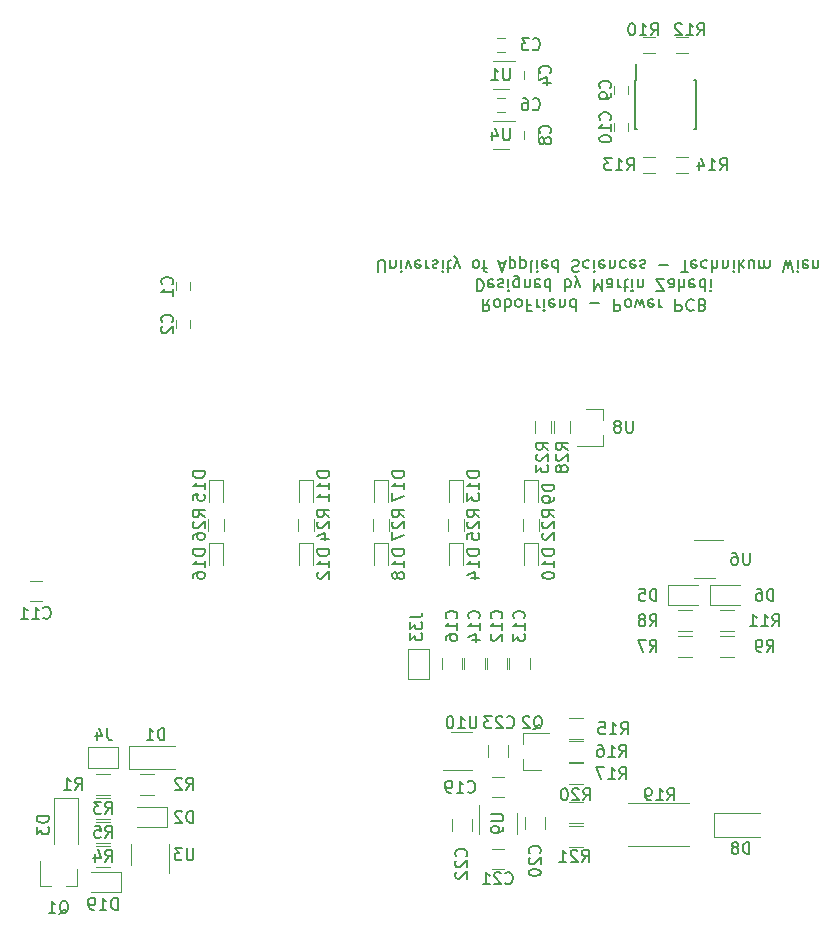
<source format=gbr>
G04 #@! TF.FileFunction,Legend,Bot*
%FSLAX46Y46*%
G04 Gerber Fmt 4.6, Leading zero omitted, Abs format (unit mm)*
G04 Created by KiCad (PCBNEW 4.0.7) date 08/22/18 01:13:17*
%MOMM*%
%LPD*%
G01*
G04 APERTURE LIST*
%ADD10C,0.100000*%
%ADD11C,0.150000*%
%ADD12C,0.120000*%
G04 APERTURE END LIST*
D10*
D11*
X141280714Y-92637619D02*
X140947380Y-93113810D01*
X140709285Y-92637619D02*
X140709285Y-93637619D01*
X141090238Y-93637619D01*
X141185476Y-93590000D01*
X141233095Y-93542381D01*
X141280714Y-93447143D01*
X141280714Y-93304286D01*
X141233095Y-93209048D01*
X141185476Y-93161429D01*
X141090238Y-93113810D01*
X140709285Y-93113810D01*
X141852142Y-92637619D02*
X141756904Y-92685238D01*
X141709285Y-92732857D01*
X141661666Y-92828095D01*
X141661666Y-93113810D01*
X141709285Y-93209048D01*
X141756904Y-93256667D01*
X141852142Y-93304286D01*
X141995000Y-93304286D01*
X142090238Y-93256667D01*
X142137857Y-93209048D01*
X142185476Y-93113810D01*
X142185476Y-92828095D01*
X142137857Y-92732857D01*
X142090238Y-92685238D01*
X141995000Y-92637619D01*
X141852142Y-92637619D01*
X142614047Y-92637619D02*
X142614047Y-93637619D01*
X142614047Y-93256667D02*
X142709285Y-93304286D01*
X142899762Y-93304286D01*
X142995000Y-93256667D01*
X143042619Y-93209048D01*
X143090238Y-93113810D01*
X143090238Y-92828095D01*
X143042619Y-92732857D01*
X142995000Y-92685238D01*
X142899762Y-92637619D01*
X142709285Y-92637619D01*
X142614047Y-92685238D01*
X143661666Y-92637619D02*
X143566428Y-92685238D01*
X143518809Y-92732857D01*
X143471190Y-92828095D01*
X143471190Y-93113810D01*
X143518809Y-93209048D01*
X143566428Y-93256667D01*
X143661666Y-93304286D01*
X143804524Y-93304286D01*
X143899762Y-93256667D01*
X143947381Y-93209048D01*
X143995000Y-93113810D01*
X143995000Y-92828095D01*
X143947381Y-92732857D01*
X143899762Y-92685238D01*
X143804524Y-92637619D01*
X143661666Y-92637619D01*
X144756905Y-93161429D02*
X144423571Y-93161429D01*
X144423571Y-92637619D02*
X144423571Y-93637619D01*
X144899762Y-93637619D01*
X145280714Y-92637619D02*
X145280714Y-93304286D01*
X145280714Y-93113810D02*
X145328333Y-93209048D01*
X145375952Y-93256667D01*
X145471190Y-93304286D01*
X145566429Y-93304286D01*
X145899762Y-92637619D02*
X145899762Y-93304286D01*
X145899762Y-93637619D02*
X145852143Y-93590000D01*
X145899762Y-93542381D01*
X145947381Y-93590000D01*
X145899762Y-93637619D01*
X145899762Y-93542381D01*
X146756905Y-92685238D02*
X146661667Y-92637619D01*
X146471190Y-92637619D01*
X146375952Y-92685238D01*
X146328333Y-92780476D01*
X146328333Y-93161429D01*
X146375952Y-93256667D01*
X146471190Y-93304286D01*
X146661667Y-93304286D01*
X146756905Y-93256667D01*
X146804524Y-93161429D01*
X146804524Y-93066190D01*
X146328333Y-92970952D01*
X147233095Y-93304286D02*
X147233095Y-92637619D01*
X147233095Y-93209048D02*
X147280714Y-93256667D01*
X147375952Y-93304286D01*
X147518810Y-93304286D01*
X147614048Y-93256667D01*
X147661667Y-93161429D01*
X147661667Y-92637619D01*
X148566429Y-92637619D02*
X148566429Y-93637619D01*
X148566429Y-92685238D02*
X148471191Y-92637619D01*
X148280714Y-92637619D01*
X148185476Y-92685238D01*
X148137857Y-92732857D01*
X148090238Y-92828095D01*
X148090238Y-93113810D01*
X148137857Y-93209048D01*
X148185476Y-93256667D01*
X148280714Y-93304286D01*
X148471191Y-93304286D01*
X148566429Y-93256667D01*
X149804524Y-93018571D02*
X150566429Y-93018571D01*
X151804524Y-92637619D02*
X151804524Y-93637619D01*
X152185477Y-93637619D01*
X152280715Y-93590000D01*
X152328334Y-93542381D01*
X152375953Y-93447143D01*
X152375953Y-93304286D01*
X152328334Y-93209048D01*
X152280715Y-93161429D01*
X152185477Y-93113810D01*
X151804524Y-93113810D01*
X152947381Y-92637619D02*
X152852143Y-92685238D01*
X152804524Y-92732857D01*
X152756905Y-92828095D01*
X152756905Y-93113810D01*
X152804524Y-93209048D01*
X152852143Y-93256667D01*
X152947381Y-93304286D01*
X153090239Y-93304286D01*
X153185477Y-93256667D01*
X153233096Y-93209048D01*
X153280715Y-93113810D01*
X153280715Y-92828095D01*
X153233096Y-92732857D01*
X153185477Y-92685238D01*
X153090239Y-92637619D01*
X152947381Y-92637619D01*
X153614048Y-93304286D02*
X153804524Y-92637619D01*
X153995001Y-93113810D01*
X154185477Y-92637619D01*
X154375953Y-93304286D01*
X155137858Y-92685238D02*
X155042620Y-92637619D01*
X154852143Y-92637619D01*
X154756905Y-92685238D01*
X154709286Y-92780476D01*
X154709286Y-93161429D01*
X154756905Y-93256667D01*
X154852143Y-93304286D01*
X155042620Y-93304286D01*
X155137858Y-93256667D01*
X155185477Y-93161429D01*
X155185477Y-93066190D01*
X154709286Y-92970952D01*
X155614048Y-92637619D02*
X155614048Y-93304286D01*
X155614048Y-93113810D02*
X155661667Y-93209048D01*
X155709286Y-93256667D01*
X155804524Y-93304286D01*
X155899763Y-93304286D01*
X156995001Y-92637619D02*
X156995001Y-93637619D01*
X157375954Y-93637619D01*
X157471192Y-93590000D01*
X157518811Y-93542381D01*
X157566430Y-93447143D01*
X157566430Y-93304286D01*
X157518811Y-93209048D01*
X157471192Y-93161429D01*
X157375954Y-93113810D01*
X156995001Y-93113810D01*
X158566430Y-92732857D02*
X158518811Y-92685238D01*
X158375954Y-92637619D01*
X158280716Y-92637619D01*
X158137858Y-92685238D01*
X158042620Y-92780476D01*
X157995001Y-92875714D01*
X157947382Y-93066190D01*
X157947382Y-93209048D01*
X157995001Y-93399524D01*
X158042620Y-93494762D01*
X158137858Y-93590000D01*
X158280716Y-93637619D01*
X158375954Y-93637619D01*
X158518811Y-93590000D01*
X158566430Y-93542381D01*
X159328335Y-93161429D02*
X159471192Y-93113810D01*
X159518811Y-93066190D01*
X159566430Y-92970952D01*
X159566430Y-92828095D01*
X159518811Y-92732857D01*
X159471192Y-92685238D01*
X159375954Y-92637619D01*
X158995001Y-92637619D01*
X158995001Y-93637619D01*
X159328335Y-93637619D01*
X159423573Y-93590000D01*
X159471192Y-93542381D01*
X159518811Y-93447143D01*
X159518811Y-93351905D01*
X159471192Y-93256667D01*
X159423573Y-93209048D01*
X159328335Y-93161429D01*
X158995001Y-93161429D01*
X140209285Y-90987619D02*
X140209285Y-91987619D01*
X140447380Y-91987619D01*
X140590238Y-91940000D01*
X140685476Y-91844762D01*
X140733095Y-91749524D01*
X140780714Y-91559048D01*
X140780714Y-91416190D01*
X140733095Y-91225714D01*
X140685476Y-91130476D01*
X140590238Y-91035238D01*
X140447380Y-90987619D01*
X140209285Y-90987619D01*
X141590238Y-91035238D02*
X141495000Y-90987619D01*
X141304523Y-90987619D01*
X141209285Y-91035238D01*
X141161666Y-91130476D01*
X141161666Y-91511429D01*
X141209285Y-91606667D01*
X141304523Y-91654286D01*
X141495000Y-91654286D01*
X141590238Y-91606667D01*
X141637857Y-91511429D01*
X141637857Y-91416190D01*
X141161666Y-91320952D01*
X142018809Y-91035238D02*
X142114047Y-90987619D01*
X142304523Y-90987619D01*
X142399762Y-91035238D01*
X142447381Y-91130476D01*
X142447381Y-91178095D01*
X142399762Y-91273333D01*
X142304523Y-91320952D01*
X142161666Y-91320952D01*
X142066428Y-91368571D01*
X142018809Y-91463810D01*
X142018809Y-91511429D01*
X142066428Y-91606667D01*
X142161666Y-91654286D01*
X142304523Y-91654286D01*
X142399762Y-91606667D01*
X142875952Y-90987619D02*
X142875952Y-91654286D01*
X142875952Y-91987619D02*
X142828333Y-91940000D01*
X142875952Y-91892381D01*
X142923571Y-91940000D01*
X142875952Y-91987619D01*
X142875952Y-91892381D01*
X143780714Y-91654286D02*
X143780714Y-90844762D01*
X143733095Y-90749524D01*
X143685476Y-90701905D01*
X143590237Y-90654286D01*
X143447380Y-90654286D01*
X143352142Y-90701905D01*
X143780714Y-91035238D02*
X143685476Y-90987619D01*
X143494999Y-90987619D01*
X143399761Y-91035238D01*
X143352142Y-91082857D01*
X143304523Y-91178095D01*
X143304523Y-91463810D01*
X143352142Y-91559048D01*
X143399761Y-91606667D01*
X143494999Y-91654286D01*
X143685476Y-91654286D01*
X143780714Y-91606667D01*
X144256904Y-91654286D02*
X144256904Y-90987619D01*
X144256904Y-91559048D02*
X144304523Y-91606667D01*
X144399761Y-91654286D01*
X144542619Y-91654286D01*
X144637857Y-91606667D01*
X144685476Y-91511429D01*
X144685476Y-90987619D01*
X145542619Y-91035238D02*
X145447381Y-90987619D01*
X145256904Y-90987619D01*
X145161666Y-91035238D01*
X145114047Y-91130476D01*
X145114047Y-91511429D01*
X145161666Y-91606667D01*
X145256904Y-91654286D01*
X145447381Y-91654286D01*
X145542619Y-91606667D01*
X145590238Y-91511429D01*
X145590238Y-91416190D01*
X145114047Y-91320952D01*
X146447381Y-90987619D02*
X146447381Y-91987619D01*
X146447381Y-91035238D02*
X146352143Y-90987619D01*
X146161666Y-90987619D01*
X146066428Y-91035238D01*
X146018809Y-91082857D01*
X145971190Y-91178095D01*
X145971190Y-91463810D01*
X146018809Y-91559048D01*
X146066428Y-91606667D01*
X146161666Y-91654286D01*
X146352143Y-91654286D01*
X146447381Y-91606667D01*
X147685476Y-90987619D02*
X147685476Y-91987619D01*
X147685476Y-91606667D02*
X147780714Y-91654286D01*
X147971191Y-91654286D01*
X148066429Y-91606667D01*
X148114048Y-91559048D01*
X148161667Y-91463810D01*
X148161667Y-91178095D01*
X148114048Y-91082857D01*
X148066429Y-91035238D01*
X147971191Y-90987619D01*
X147780714Y-90987619D01*
X147685476Y-91035238D01*
X148495000Y-91654286D02*
X148733095Y-90987619D01*
X148971191Y-91654286D02*
X148733095Y-90987619D01*
X148637857Y-90749524D01*
X148590238Y-90701905D01*
X148495000Y-90654286D01*
X150114048Y-90987619D02*
X150114048Y-91987619D01*
X150447382Y-91273333D01*
X150780715Y-91987619D01*
X150780715Y-90987619D01*
X151685477Y-90987619D02*
X151685477Y-91511429D01*
X151637858Y-91606667D01*
X151542620Y-91654286D01*
X151352143Y-91654286D01*
X151256905Y-91606667D01*
X151685477Y-91035238D02*
X151590239Y-90987619D01*
X151352143Y-90987619D01*
X151256905Y-91035238D01*
X151209286Y-91130476D01*
X151209286Y-91225714D01*
X151256905Y-91320952D01*
X151352143Y-91368571D01*
X151590239Y-91368571D01*
X151685477Y-91416190D01*
X152161667Y-90987619D02*
X152161667Y-91654286D01*
X152161667Y-91463810D02*
X152209286Y-91559048D01*
X152256905Y-91606667D01*
X152352143Y-91654286D01*
X152447382Y-91654286D01*
X152637858Y-91654286D02*
X153018810Y-91654286D01*
X152780715Y-91987619D02*
X152780715Y-91130476D01*
X152828334Y-91035238D01*
X152923572Y-90987619D01*
X153018810Y-90987619D01*
X153352144Y-90987619D02*
X153352144Y-91654286D01*
X153352144Y-91987619D02*
X153304525Y-91940000D01*
X153352144Y-91892381D01*
X153399763Y-91940000D01*
X153352144Y-91987619D01*
X153352144Y-91892381D01*
X153828334Y-91654286D02*
X153828334Y-90987619D01*
X153828334Y-91559048D02*
X153875953Y-91606667D01*
X153971191Y-91654286D01*
X154114049Y-91654286D01*
X154209287Y-91606667D01*
X154256906Y-91511429D01*
X154256906Y-90987619D01*
X155399763Y-91987619D02*
X156066430Y-91987619D01*
X155399763Y-90987619D01*
X156066430Y-90987619D01*
X156875954Y-90987619D02*
X156875954Y-91511429D01*
X156828335Y-91606667D01*
X156733097Y-91654286D01*
X156542620Y-91654286D01*
X156447382Y-91606667D01*
X156875954Y-91035238D02*
X156780716Y-90987619D01*
X156542620Y-90987619D01*
X156447382Y-91035238D01*
X156399763Y-91130476D01*
X156399763Y-91225714D01*
X156447382Y-91320952D01*
X156542620Y-91368571D01*
X156780716Y-91368571D01*
X156875954Y-91416190D01*
X157352144Y-90987619D02*
X157352144Y-91987619D01*
X157780716Y-90987619D02*
X157780716Y-91511429D01*
X157733097Y-91606667D01*
X157637859Y-91654286D01*
X157495001Y-91654286D01*
X157399763Y-91606667D01*
X157352144Y-91559048D01*
X158637859Y-91035238D02*
X158542621Y-90987619D01*
X158352144Y-90987619D01*
X158256906Y-91035238D01*
X158209287Y-91130476D01*
X158209287Y-91511429D01*
X158256906Y-91606667D01*
X158352144Y-91654286D01*
X158542621Y-91654286D01*
X158637859Y-91606667D01*
X158685478Y-91511429D01*
X158685478Y-91416190D01*
X158209287Y-91320952D01*
X159542621Y-90987619D02*
X159542621Y-91987619D01*
X159542621Y-91035238D02*
X159447383Y-90987619D01*
X159256906Y-90987619D01*
X159161668Y-91035238D01*
X159114049Y-91082857D01*
X159066430Y-91178095D01*
X159066430Y-91463810D01*
X159114049Y-91559048D01*
X159161668Y-91606667D01*
X159256906Y-91654286D01*
X159447383Y-91654286D01*
X159542621Y-91606667D01*
X160018811Y-90987619D02*
X160018811Y-91654286D01*
X160018811Y-91987619D02*
X159971192Y-91940000D01*
X160018811Y-91892381D01*
X160066430Y-91940000D01*
X160018811Y-91987619D01*
X160018811Y-91892381D01*
X131852141Y-90337619D02*
X131852141Y-89528095D01*
X131899760Y-89432857D01*
X131947379Y-89385238D01*
X132042617Y-89337619D01*
X132233094Y-89337619D01*
X132328332Y-89385238D01*
X132375951Y-89432857D01*
X132423570Y-89528095D01*
X132423570Y-90337619D01*
X132899760Y-90004286D02*
X132899760Y-89337619D01*
X132899760Y-89909048D02*
X132947379Y-89956667D01*
X133042617Y-90004286D01*
X133185475Y-90004286D01*
X133280713Y-89956667D01*
X133328332Y-89861429D01*
X133328332Y-89337619D01*
X133804522Y-89337619D02*
X133804522Y-90004286D01*
X133804522Y-90337619D02*
X133756903Y-90290000D01*
X133804522Y-90242381D01*
X133852141Y-90290000D01*
X133804522Y-90337619D01*
X133804522Y-90242381D01*
X134185474Y-90004286D02*
X134423569Y-89337619D01*
X134661665Y-90004286D01*
X135423570Y-89385238D02*
X135328332Y-89337619D01*
X135137855Y-89337619D01*
X135042617Y-89385238D01*
X134994998Y-89480476D01*
X134994998Y-89861429D01*
X135042617Y-89956667D01*
X135137855Y-90004286D01*
X135328332Y-90004286D01*
X135423570Y-89956667D01*
X135471189Y-89861429D01*
X135471189Y-89766190D01*
X134994998Y-89670952D01*
X135899760Y-89337619D02*
X135899760Y-90004286D01*
X135899760Y-89813810D02*
X135947379Y-89909048D01*
X135994998Y-89956667D01*
X136090236Y-90004286D01*
X136185475Y-90004286D01*
X136471189Y-89385238D02*
X136566427Y-89337619D01*
X136756903Y-89337619D01*
X136852142Y-89385238D01*
X136899761Y-89480476D01*
X136899761Y-89528095D01*
X136852142Y-89623333D01*
X136756903Y-89670952D01*
X136614046Y-89670952D01*
X136518808Y-89718571D01*
X136471189Y-89813810D01*
X136471189Y-89861429D01*
X136518808Y-89956667D01*
X136614046Y-90004286D01*
X136756903Y-90004286D01*
X136852142Y-89956667D01*
X137328332Y-89337619D02*
X137328332Y-90004286D01*
X137328332Y-90337619D02*
X137280713Y-90290000D01*
X137328332Y-90242381D01*
X137375951Y-90290000D01*
X137328332Y-90337619D01*
X137328332Y-90242381D01*
X137661665Y-90004286D02*
X138042617Y-90004286D01*
X137804522Y-90337619D02*
X137804522Y-89480476D01*
X137852141Y-89385238D01*
X137947379Y-89337619D01*
X138042617Y-89337619D01*
X138280713Y-90004286D02*
X138518808Y-89337619D01*
X138756904Y-90004286D02*
X138518808Y-89337619D01*
X138423570Y-89099524D01*
X138375951Y-89051905D01*
X138280713Y-89004286D01*
X140042618Y-89337619D02*
X139947380Y-89385238D01*
X139899761Y-89432857D01*
X139852142Y-89528095D01*
X139852142Y-89813810D01*
X139899761Y-89909048D01*
X139947380Y-89956667D01*
X140042618Y-90004286D01*
X140185476Y-90004286D01*
X140280714Y-89956667D01*
X140328333Y-89909048D01*
X140375952Y-89813810D01*
X140375952Y-89528095D01*
X140328333Y-89432857D01*
X140280714Y-89385238D01*
X140185476Y-89337619D01*
X140042618Y-89337619D01*
X140661666Y-90004286D02*
X141042618Y-90004286D01*
X140804523Y-89337619D02*
X140804523Y-90194762D01*
X140852142Y-90290000D01*
X140947380Y-90337619D01*
X141042618Y-90337619D01*
X142090238Y-89623333D02*
X142566429Y-89623333D01*
X141995000Y-89337619D02*
X142328333Y-90337619D01*
X142661667Y-89337619D01*
X142995000Y-90004286D02*
X142995000Y-89004286D01*
X142995000Y-89956667D02*
X143090238Y-90004286D01*
X143280715Y-90004286D01*
X143375953Y-89956667D01*
X143423572Y-89909048D01*
X143471191Y-89813810D01*
X143471191Y-89528095D01*
X143423572Y-89432857D01*
X143375953Y-89385238D01*
X143280715Y-89337619D01*
X143090238Y-89337619D01*
X142995000Y-89385238D01*
X143899762Y-90004286D02*
X143899762Y-89004286D01*
X143899762Y-89956667D02*
X143995000Y-90004286D01*
X144185477Y-90004286D01*
X144280715Y-89956667D01*
X144328334Y-89909048D01*
X144375953Y-89813810D01*
X144375953Y-89528095D01*
X144328334Y-89432857D01*
X144280715Y-89385238D01*
X144185477Y-89337619D01*
X143995000Y-89337619D01*
X143899762Y-89385238D01*
X144947381Y-89337619D02*
X144852143Y-89385238D01*
X144804524Y-89480476D01*
X144804524Y-90337619D01*
X145328334Y-89337619D02*
X145328334Y-90004286D01*
X145328334Y-90337619D02*
X145280715Y-90290000D01*
X145328334Y-90242381D01*
X145375953Y-90290000D01*
X145328334Y-90337619D01*
X145328334Y-90242381D01*
X146185477Y-89385238D02*
X146090239Y-89337619D01*
X145899762Y-89337619D01*
X145804524Y-89385238D01*
X145756905Y-89480476D01*
X145756905Y-89861429D01*
X145804524Y-89956667D01*
X145899762Y-90004286D01*
X146090239Y-90004286D01*
X146185477Y-89956667D01*
X146233096Y-89861429D01*
X146233096Y-89766190D01*
X145756905Y-89670952D01*
X147090239Y-89337619D02*
X147090239Y-90337619D01*
X147090239Y-89385238D02*
X146995001Y-89337619D01*
X146804524Y-89337619D01*
X146709286Y-89385238D01*
X146661667Y-89432857D01*
X146614048Y-89528095D01*
X146614048Y-89813810D01*
X146661667Y-89909048D01*
X146709286Y-89956667D01*
X146804524Y-90004286D01*
X146995001Y-90004286D01*
X147090239Y-89956667D01*
X148280715Y-89385238D02*
X148423572Y-89337619D01*
X148661668Y-89337619D01*
X148756906Y-89385238D01*
X148804525Y-89432857D01*
X148852144Y-89528095D01*
X148852144Y-89623333D01*
X148804525Y-89718571D01*
X148756906Y-89766190D01*
X148661668Y-89813810D01*
X148471191Y-89861429D01*
X148375953Y-89909048D01*
X148328334Y-89956667D01*
X148280715Y-90051905D01*
X148280715Y-90147143D01*
X148328334Y-90242381D01*
X148375953Y-90290000D01*
X148471191Y-90337619D01*
X148709287Y-90337619D01*
X148852144Y-90290000D01*
X149709287Y-89385238D02*
X149614049Y-89337619D01*
X149423572Y-89337619D01*
X149328334Y-89385238D01*
X149280715Y-89432857D01*
X149233096Y-89528095D01*
X149233096Y-89813810D01*
X149280715Y-89909048D01*
X149328334Y-89956667D01*
X149423572Y-90004286D01*
X149614049Y-90004286D01*
X149709287Y-89956667D01*
X150137858Y-89337619D02*
X150137858Y-90004286D01*
X150137858Y-90337619D02*
X150090239Y-90290000D01*
X150137858Y-90242381D01*
X150185477Y-90290000D01*
X150137858Y-90337619D01*
X150137858Y-90242381D01*
X150995001Y-89385238D02*
X150899763Y-89337619D01*
X150709286Y-89337619D01*
X150614048Y-89385238D01*
X150566429Y-89480476D01*
X150566429Y-89861429D01*
X150614048Y-89956667D01*
X150709286Y-90004286D01*
X150899763Y-90004286D01*
X150995001Y-89956667D01*
X151042620Y-89861429D01*
X151042620Y-89766190D01*
X150566429Y-89670952D01*
X151471191Y-90004286D02*
X151471191Y-89337619D01*
X151471191Y-89909048D02*
X151518810Y-89956667D01*
X151614048Y-90004286D01*
X151756906Y-90004286D01*
X151852144Y-89956667D01*
X151899763Y-89861429D01*
X151899763Y-89337619D01*
X152804525Y-89385238D02*
X152709287Y-89337619D01*
X152518810Y-89337619D01*
X152423572Y-89385238D01*
X152375953Y-89432857D01*
X152328334Y-89528095D01*
X152328334Y-89813810D01*
X152375953Y-89909048D01*
X152423572Y-89956667D01*
X152518810Y-90004286D01*
X152709287Y-90004286D01*
X152804525Y-89956667D01*
X153614049Y-89385238D02*
X153518811Y-89337619D01*
X153328334Y-89337619D01*
X153233096Y-89385238D01*
X153185477Y-89480476D01*
X153185477Y-89861429D01*
X153233096Y-89956667D01*
X153328334Y-90004286D01*
X153518811Y-90004286D01*
X153614049Y-89956667D01*
X153661668Y-89861429D01*
X153661668Y-89766190D01*
X153185477Y-89670952D01*
X154042620Y-89385238D02*
X154137858Y-89337619D01*
X154328334Y-89337619D01*
X154423573Y-89385238D01*
X154471192Y-89480476D01*
X154471192Y-89528095D01*
X154423573Y-89623333D01*
X154328334Y-89670952D01*
X154185477Y-89670952D01*
X154090239Y-89718571D01*
X154042620Y-89813810D01*
X154042620Y-89861429D01*
X154090239Y-89956667D01*
X154185477Y-90004286D01*
X154328334Y-90004286D01*
X154423573Y-89956667D01*
X155661668Y-89718571D02*
X156423573Y-89718571D01*
X157518811Y-90337619D02*
X158090240Y-90337619D01*
X157804525Y-89337619D02*
X157804525Y-90337619D01*
X158804526Y-89385238D02*
X158709288Y-89337619D01*
X158518811Y-89337619D01*
X158423573Y-89385238D01*
X158375954Y-89480476D01*
X158375954Y-89861429D01*
X158423573Y-89956667D01*
X158518811Y-90004286D01*
X158709288Y-90004286D01*
X158804526Y-89956667D01*
X158852145Y-89861429D01*
X158852145Y-89766190D01*
X158375954Y-89670952D01*
X159709288Y-89385238D02*
X159614050Y-89337619D01*
X159423573Y-89337619D01*
X159328335Y-89385238D01*
X159280716Y-89432857D01*
X159233097Y-89528095D01*
X159233097Y-89813810D01*
X159280716Y-89909048D01*
X159328335Y-89956667D01*
X159423573Y-90004286D01*
X159614050Y-90004286D01*
X159709288Y-89956667D01*
X160137859Y-89337619D02*
X160137859Y-90337619D01*
X160566431Y-89337619D02*
X160566431Y-89861429D01*
X160518812Y-89956667D01*
X160423574Y-90004286D01*
X160280716Y-90004286D01*
X160185478Y-89956667D01*
X160137859Y-89909048D01*
X161042621Y-90004286D02*
X161042621Y-89337619D01*
X161042621Y-89909048D02*
X161090240Y-89956667D01*
X161185478Y-90004286D01*
X161328336Y-90004286D01*
X161423574Y-89956667D01*
X161471193Y-89861429D01*
X161471193Y-89337619D01*
X161947383Y-89337619D02*
X161947383Y-90004286D01*
X161947383Y-90337619D02*
X161899764Y-90290000D01*
X161947383Y-90242381D01*
X161995002Y-90290000D01*
X161947383Y-90337619D01*
X161947383Y-90242381D01*
X162423573Y-89337619D02*
X162423573Y-90337619D01*
X162518811Y-89718571D02*
X162804526Y-89337619D01*
X162804526Y-90004286D02*
X162423573Y-89623333D01*
X163661669Y-90004286D02*
X163661669Y-89337619D01*
X163233097Y-90004286D02*
X163233097Y-89480476D01*
X163280716Y-89385238D01*
X163375954Y-89337619D01*
X163518812Y-89337619D01*
X163614050Y-89385238D01*
X163661669Y-89432857D01*
X164137859Y-89337619D02*
X164137859Y-90004286D01*
X164137859Y-89909048D02*
X164185478Y-89956667D01*
X164280716Y-90004286D01*
X164423574Y-90004286D01*
X164518812Y-89956667D01*
X164566431Y-89861429D01*
X164566431Y-89337619D01*
X164566431Y-89861429D02*
X164614050Y-89956667D01*
X164709288Y-90004286D01*
X164852145Y-90004286D01*
X164947383Y-89956667D01*
X164995002Y-89861429D01*
X164995002Y-89337619D01*
X166137859Y-90337619D02*
X166375954Y-89337619D01*
X166566431Y-90051905D01*
X166756907Y-89337619D01*
X166995002Y-90337619D01*
X167375954Y-89337619D02*
X167375954Y-90004286D01*
X167375954Y-90337619D02*
X167328335Y-90290000D01*
X167375954Y-90242381D01*
X167423573Y-90290000D01*
X167375954Y-90337619D01*
X167375954Y-90242381D01*
X168233097Y-89385238D02*
X168137859Y-89337619D01*
X167947382Y-89337619D01*
X167852144Y-89385238D01*
X167804525Y-89480476D01*
X167804525Y-89861429D01*
X167852144Y-89956667D01*
X167947382Y-90004286D01*
X168137859Y-90004286D01*
X168233097Y-89956667D01*
X168280716Y-89861429D01*
X168280716Y-89766190D01*
X167804525Y-89670952D01*
X168709287Y-90004286D02*
X168709287Y-89337619D01*
X168709287Y-89909048D02*
X168756906Y-89956667D01*
X168852144Y-90004286D01*
X168995002Y-90004286D01*
X169090240Y-89956667D01*
X169137859Y-89861429D01*
X169137859Y-89337619D01*
X153635000Y-74125000D02*
X153685000Y-74125000D01*
X153635000Y-78275000D02*
X153780000Y-78275000D01*
X158785000Y-78275000D02*
X158640000Y-78275000D01*
X158785000Y-74125000D02*
X158640000Y-74125000D01*
X153635000Y-74125000D02*
X153635000Y-78275000D01*
X158785000Y-74125000D02*
X158785000Y-78275000D01*
X153685000Y-74125000D02*
X153685000Y-72725000D01*
D12*
X114716000Y-91217000D02*
X114716000Y-91917000D01*
X115916000Y-91917000D02*
X115916000Y-91217000D01*
X114716000Y-94392000D02*
X114716000Y-95092000D01*
X115916000Y-95092000D02*
X115916000Y-94392000D01*
X145460000Y-112260000D02*
X145460000Y-111260000D01*
X144100000Y-111260000D02*
X144100000Y-112260000D01*
X132760000Y-112260000D02*
X132760000Y-111260000D01*
X131400000Y-111260000D02*
X131400000Y-112260000D01*
X139110000Y-112260000D02*
X139110000Y-111260000D01*
X137750000Y-111260000D02*
X137750000Y-112260000D01*
X126410000Y-112260000D02*
X126410000Y-111260000D01*
X125050000Y-111260000D02*
X125050000Y-112260000D01*
X144180000Y-107943000D02*
X145380000Y-107943000D01*
X144180000Y-109793000D02*
X144180000Y-107943000D01*
X145380000Y-109793000D02*
X145380000Y-107943000D01*
X144180000Y-113277000D02*
X145380000Y-113277000D01*
X144180000Y-115127000D02*
X144180000Y-113277000D01*
X145380000Y-115127000D02*
X145380000Y-113277000D01*
X131480000Y-107943000D02*
X132680000Y-107943000D01*
X131480000Y-109793000D02*
X131480000Y-107943000D01*
X132680000Y-109793000D02*
X132680000Y-107943000D01*
X137830000Y-107943000D02*
X139030000Y-107943000D01*
X137830000Y-109793000D02*
X137830000Y-107943000D01*
X139030000Y-109793000D02*
X139030000Y-107943000D01*
X137830000Y-113277000D02*
X139030000Y-113277000D01*
X137830000Y-115127000D02*
X137830000Y-113277000D01*
X139030000Y-115127000D02*
X139030000Y-113277000D01*
X125130000Y-107943000D02*
X126330000Y-107943000D01*
X125130000Y-109793000D02*
X125130000Y-107943000D01*
X126330000Y-109793000D02*
X126330000Y-107943000D01*
X125130000Y-113277000D02*
X126330000Y-113277000D01*
X125130000Y-115127000D02*
X125130000Y-113277000D01*
X126330000Y-115127000D02*
X126330000Y-113277000D01*
X131480000Y-113277000D02*
X132680000Y-113277000D01*
X131480000Y-115127000D02*
X131480000Y-113277000D01*
X132680000Y-115127000D02*
X132680000Y-113277000D01*
X155313000Y-70440000D02*
X154313000Y-70440000D01*
X154313000Y-71800000D02*
X155313000Y-71800000D01*
X157107000Y-71800000D02*
X158107000Y-71800000D01*
X158107000Y-70440000D02*
X157107000Y-70440000D01*
X146476000Y-104005000D02*
X146476000Y-103005000D01*
X145116000Y-103005000D02*
X145116000Y-104005000D01*
X150874000Y-101925000D02*
X150874000Y-102855000D01*
X150874000Y-105085000D02*
X150874000Y-104155000D01*
X150874000Y-105085000D02*
X148714000Y-105085000D01*
X150874000Y-101925000D02*
X149414000Y-101925000D01*
X110780000Y-132445000D02*
X110780000Y-130445000D01*
X110780000Y-130445000D02*
X114680000Y-130445000D01*
X110780000Y-132445000D02*
X114680000Y-132445000D01*
X104410000Y-134910000D02*
X106410000Y-134910000D01*
X106410000Y-134910000D02*
X106410000Y-138810000D01*
X104410000Y-134910000D02*
X104410000Y-138810000D01*
X144147000Y-132517000D02*
X144147000Y-131587000D01*
X144147000Y-129357000D02*
X144147000Y-130287000D01*
X144147000Y-129357000D02*
X146307000Y-129357000D01*
X144147000Y-132517000D02*
X145607000Y-132517000D01*
X157261000Y-120768000D02*
X158461000Y-120768000D01*
X158461000Y-119008000D02*
X157261000Y-119008000D01*
X162017000Y-121167000D02*
X160817000Y-121167000D01*
X160817000Y-122927000D02*
X162017000Y-122927000D01*
X158175000Y-135340000D02*
X152975000Y-135340000D01*
X152975000Y-138980000D02*
X158175000Y-138980000D01*
X102370000Y-116498000D02*
X103370000Y-116498000D01*
X103370000Y-118198000D02*
X102370000Y-118198000D01*
X141072500Y-124007500D02*
X141072500Y-123007500D01*
X142772500Y-123007500D02*
X142772500Y-124007500D01*
X142977500Y-124007500D02*
X142977500Y-123007500D01*
X144677500Y-123007500D02*
X144677500Y-124007500D01*
X139167500Y-124007500D02*
X139167500Y-123007500D01*
X140867500Y-123007500D02*
X140867500Y-124007500D01*
X137262500Y-124007500D02*
X137262500Y-123007500D01*
X138962500Y-123007500D02*
X138962500Y-124007500D01*
X147990000Y-133722000D02*
X149190000Y-133722000D01*
X149190000Y-131962000D02*
X147990000Y-131962000D01*
X149190000Y-135264000D02*
X147990000Y-135264000D01*
X147990000Y-137024000D02*
X149190000Y-137024000D01*
X149190000Y-137296000D02*
X147990000Y-137296000D01*
X147990000Y-139056000D02*
X149190000Y-139056000D01*
X117510000Y-107943000D02*
X118710000Y-107943000D01*
X117510000Y-109793000D02*
X117510000Y-107943000D01*
X118710000Y-109793000D02*
X118710000Y-107943000D01*
X117510000Y-113277000D02*
X118710000Y-113277000D01*
X117510000Y-115127000D02*
X117510000Y-113277000D01*
X118710000Y-115127000D02*
X118710000Y-113277000D01*
X118790000Y-112260000D02*
X118790000Y-111260000D01*
X117430000Y-111260000D02*
X117430000Y-112260000D01*
X149190000Y-128152000D02*
X147990000Y-128152000D01*
X147990000Y-129912000D02*
X149190000Y-129912000D01*
X149190000Y-130057000D02*
X147990000Y-130057000D01*
X147990000Y-131817000D02*
X149190000Y-131817000D01*
X155313000Y-80600000D02*
X154313000Y-80600000D01*
X154313000Y-81960000D02*
X155313000Y-81960000D01*
X157107000Y-81960000D02*
X158107000Y-81960000D01*
X158107000Y-80600000D02*
X157107000Y-80600000D01*
X142486000Y-134835000D02*
X141486000Y-134835000D01*
X141486000Y-133135000D02*
X142486000Y-133135000D01*
X144311000Y-137533000D02*
X144311000Y-136533000D01*
X146011000Y-136533000D02*
X146011000Y-137533000D01*
X141486000Y-139231000D02*
X142486000Y-139231000D01*
X142486000Y-140931000D02*
X141486000Y-140931000D01*
X138088000Y-137660000D02*
X138088000Y-136660000D01*
X139788000Y-136660000D02*
X139788000Y-137660000D01*
X141136000Y-131437000D02*
X141136000Y-130437000D01*
X142836000Y-130437000D02*
X142836000Y-131437000D01*
X160310000Y-138160000D02*
X160310000Y-136160000D01*
X160310000Y-136160000D02*
X164210000Y-136160000D01*
X160310000Y-138160000D02*
X164210000Y-138160000D01*
X107315000Y-130555000D02*
X109855000Y-130555000D01*
X109855000Y-132335000D02*
X107315000Y-132335000D01*
X109855000Y-132335000D02*
X109855000Y-130555000D01*
X107315000Y-130555000D02*
X107315000Y-132335000D01*
X136145000Y-122301000D02*
X136145000Y-124841000D01*
X134365000Y-124841000D02*
X134365000Y-122301000D01*
X134365000Y-124841000D02*
X136145000Y-124841000D01*
X136145000Y-122301000D02*
X134365000Y-122301000D01*
X106355000Y-142365000D02*
X105425000Y-142365000D01*
X103195000Y-142365000D02*
X104125000Y-142365000D01*
X103195000Y-142365000D02*
X103195000Y-140205000D01*
X106355000Y-142365000D02*
X106355000Y-140905000D01*
X109185000Y-132851000D02*
X107985000Y-132851000D01*
X107985000Y-134611000D02*
X109185000Y-134611000D01*
X111668000Y-134611000D02*
X112868000Y-134611000D01*
X112868000Y-132851000D02*
X111668000Y-132851000D01*
X109185000Y-134883000D02*
X107985000Y-134883000D01*
X107985000Y-136643000D02*
X109185000Y-136643000D01*
X107985000Y-140707000D02*
X109185000Y-140707000D01*
X109185000Y-138947000D02*
X107985000Y-138947000D01*
X109185000Y-136915000D02*
X107985000Y-136915000D01*
X107985000Y-138675000D02*
X109185000Y-138675000D01*
X157261000Y-122927000D02*
X158461000Y-122927000D01*
X158461000Y-121167000D02*
X157261000Y-121167000D01*
X162017000Y-119008000D02*
X160817000Y-119008000D01*
X160817000Y-120768000D02*
X162017000Y-120768000D01*
X110912000Y-140600000D02*
X110912000Y-138800000D01*
X114132000Y-138800000D02*
X114132000Y-141250000D01*
X160412000Y-116291000D02*
X158612000Y-116291000D01*
X158612000Y-113071000D02*
X161062000Y-113071000D01*
X143596000Y-136133000D02*
X143596000Y-137933000D01*
X140376000Y-137933000D02*
X140376000Y-135483000D01*
X138038000Y-129327000D02*
X139838000Y-129327000D01*
X139838000Y-132547000D02*
X137388000Y-132547000D01*
X156361000Y-118579000D02*
X156361000Y-116879000D01*
X156361000Y-116879000D02*
X158911000Y-116879000D01*
X156361000Y-118579000D02*
X158911000Y-118579000D01*
X159917000Y-118579000D02*
X159917000Y-116879000D01*
X159917000Y-116879000D02*
X162467000Y-116879000D01*
X159917000Y-118579000D02*
X162467000Y-118579000D01*
X114022000Y-135675000D02*
X114022000Y-137375000D01*
X114022000Y-137375000D02*
X111472000Y-137375000D01*
X114022000Y-135675000D02*
X111472000Y-135675000D01*
X151800000Y-74580000D02*
X151800000Y-75280000D01*
X153000000Y-75280000D02*
X153000000Y-74580000D01*
X151800000Y-77755000D02*
X151800000Y-78455000D01*
X153000000Y-78455000D02*
X153000000Y-77755000D01*
X142590000Y-70520000D02*
X141890000Y-70520000D01*
X141890000Y-71720000D02*
X142590000Y-71720000D01*
X145380000Y-74010000D02*
X145380000Y-73310000D01*
X144180000Y-73310000D02*
X144180000Y-74010000D01*
X142590000Y-75600000D02*
X141890000Y-75600000D01*
X141890000Y-76800000D02*
X142590000Y-76800000D01*
X145380000Y-79090000D02*
X145380000Y-78390000D01*
X144180000Y-78390000D02*
X144180000Y-79090000D01*
X141540000Y-72500000D02*
X143440000Y-72500000D01*
X142940000Y-74820000D02*
X141540000Y-74820000D01*
X141540000Y-77580000D02*
X143440000Y-77580000D01*
X142940000Y-79900000D02*
X141540000Y-79900000D01*
X146767000Y-103005000D02*
X146767000Y-104005000D01*
X148127000Y-104005000D02*
X148127000Y-103005000D01*
X110085000Y-141136000D02*
X110085000Y-142836000D01*
X110085000Y-142836000D02*
X107535000Y-142836000D01*
X110085000Y-141136000D02*
X107535000Y-141136000D01*
D11*
X114403143Y-91400334D02*
X114450762Y-91352715D01*
X114498381Y-91209858D01*
X114498381Y-91114620D01*
X114450762Y-90971762D01*
X114355524Y-90876524D01*
X114260286Y-90828905D01*
X114069810Y-90781286D01*
X113926952Y-90781286D01*
X113736476Y-90828905D01*
X113641238Y-90876524D01*
X113546000Y-90971762D01*
X113498381Y-91114620D01*
X113498381Y-91209858D01*
X113546000Y-91352715D01*
X113593619Y-91400334D01*
X114498381Y-92352715D02*
X114498381Y-91781286D01*
X114498381Y-92067000D02*
X113498381Y-92067000D01*
X113641238Y-91971762D01*
X113736476Y-91876524D01*
X113784095Y-91781286D01*
X114403143Y-94575334D02*
X114450762Y-94527715D01*
X114498381Y-94384858D01*
X114498381Y-94289620D01*
X114450762Y-94146762D01*
X114355524Y-94051524D01*
X114260286Y-94003905D01*
X114069810Y-93956286D01*
X113926952Y-93956286D01*
X113736476Y-94003905D01*
X113641238Y-94051524D01*
X113546000Y-94146762D01*
X113498381Y-94289620D01*
X113498381Y-94384858D01*
X113546000Y-94527715D01*
X113593619Y-94575334D01*
X113593619Y-94956286D02*
X113546000Y-95003905D01*
X113498381Y-95099143D01*
X113498381Y-95337239D01*
X113546000Y-95432477D01*
X113593619Y-95480096D01*
X113688857Y-95527715D01*
X113784095Y-95527715D01*
X113926952Y-95480096D01*
X114498381Y-94908667D01*
X114498381Y-95527715D01*
X146756381Y-111117143D02*
X146280190Y-110783809D01*
X146756381Y-110545714D02*
X145756381Y-110545714D01*
X145756381Y-110926667D01*
X145804000Y-111021905D01*
X145851619Y-111069524D01*
X145946857Y-111117143D01*
X146089714Y-111117143D01*
X146184952Y-111069524D01*
X146232571Y-111021905D01*
X146280190Y-110926667D01*
X146280190Y-110545714D01*
X145851619Y-111498095D02*
X145804000Y-111545714D01*
X145756381Y-111640952D01*
X145756381Y-111879048D01*
X145804000Y-111974286D01*
X145851619Y-112021905D01*
X145946857Y-112069524D01*
X146042095Y-112069524D01*
X146184952Y-112021905D01*
X146756381Y-111450476D01*
X146756381Y-112069524D01*
X145851619Y-112450476D02*
X145804000Y-112498095D01*
X145756381Y-112593333D01*
X145756381Y-112831429D01*
X145804000Y-112926667D01*
X145851619Y-112974286D01*
X145946857Y-113021905D01*
X146042095Y-113021905D01*
X146184952Y-112974286D01*
X146756381Y-112402857D01*
X146756381Y-113021905D01*
X134056381Y-111117143D02*
X133580190Y-110783809D01*
X134056381Y-110545714D02*
X133056381Y-110545714D01*
X133056381Y-110926667D01*
X133104000Y-111021905D01*
X133151619Y-111069524D01*
X133246857Y-111117143D01*
X133389714Y-111117143D01*
X133484952Y-111069524D01*
X133532571Y-111021905D01*
X133580190Y-110926667D01*
X133580190Y-110545714D01*
X133151619Y-111498095D02*
X133104000Y-111545714D01*
X133056381Y-111640952D01*
X133056381Y-111879048D01*
X133104000Y-111974286D01*
X133151619Y-112021905D01*
X133246857Y-112069524D01*
X133342095Y-112069524D01*
X133484952Y-112021905D01*
X134056381Y-111450476D01*
X134056381Y-112069524D01*
X133056381Y-112402857D02*
X133056381Y-113069524D01*
X134056381Y-112640952D01*
X140406381Y-111117143D02*
X139930190Y-110783809D01*
X140406381Y-110545714D02*
X139406381Y-110545714D01*
X139406381Y-110926667D01*
X139454000Y-111021905D01*
X139501619Y-111069524D01*
X139596857Y-111117143D01*
X139739714Y-111117143D01*
X139834952Y-111069524D01*
X139882571Y-111021905D01*
X139930190Y-110926667D01*
X139930190Y-110545714D01*
X139501619Y-111498095D02*
X139454000Y-111545714D01*
X139406381Y-111640952D01*
X139406381Y-111879048D01*
X139454000Y-111974286D01*
X139501619Y-112021905D01*
X139596857Y-112069524D01*
X139692095Y-112069524D01*
X139834952Y-112021905D01*
X140406381Y-111450476D01*
X140406381Y-112069524D01*
X139406381Y-112974286D02*
X139406381Y-112498095D01*
X139882571Y-112450476D01*
X139834952Y-112498095D01*
X139787333Y-112593333D01*
X139787333Y-112831429D01*
X139834952Y-112926667D01*
X139882571Y-112974286D01*
X139977810Y-113021905D01*
X140215905Y-113021905D01*
X140311143Y-112974286D01*
X140358762Y-112926667D01*
X140406381Y-112831429D01*
X140406381Y-112593333D01*
X140358762Y-112498095D01*
X140311143Y-112450476D01*
X127706381Y-111117143D02*
X127230190Y-110783809D01*
X127706381Y-110545714D02*
X126706381Y-110545714D01*
X126706381Y-110926667D01*
X126754000Y-111021905D01*
X126801619Y-111069524D01*
X126896857Y-111117143D01*
X127039714Y-111117143D01*
X127134952Y-111069524D01*
X127182571Y-111021905D01*
X127230190Y-110926667D01*
X127230190Y-110545714D01*
X126801619Y-111498095D02*
X126754000Y-111545714D01*
X126706381Y-111640952D01*
X126706381Y-111879048D01*
X126754000Y-111974286D01*
X126801619Y-112021905D01*
X126896857Y-112069524D01*
X126992095Y-112069524D01*
X127134952Y-112021905D01*
X127706381Y-111450476D01*
X127706381Y-112069524D01*
X127039714Y-112926667D02*
X127706381Y-112926667D01*
X126658762Y-112688571D02*
X127373048Y-112450476D01*
X127373048Y-113069524D01*
X146756381Y-108354905D02*
X145756381Y-108354905D01*
X145756381Y-108593000D01*
X145804000Y-108735858D01*
X145899238Y-108831096D01*
X145994476Y-108878715D01*
X146184952Y-108926334D01*
X146327810Y-108926334D01*
X146518286Y-108878715D01*
X146613524Y-108831096D01*
X146708762Y-108735858D01*
X146756381Y-108593000D01*
X146756381Y-108354905D01*
X146756381Y-109402524D02*
X146756381Y-109593000D01*
X146708762Y-109688239D01*
X146661143Y-109735858D01*
X146518286Y-109831096D01*
X146327810Y-109878715D01*
X145946857Y-109878715D01*
X145851619Y-109831096D01*
X145804000Y-109783477D01*
X145756381Y-109688239D01*
X145756381Y-109497762D01*
X145804000Y-109402524D01*
X145851619Y-109354905D01*
X145946857Y-109307286D01*
X146184952Y-109307286D01*
X146280190Y-109354905D01*
X146327810Y-109402524D01*
X146375429Y-109497762D01*
X146375429Y-109688239D01*
X146327810Y-109783477D01*
X146280190Y-109831096D01*
X146184952Y-109878715D01*
X146756381Y-113847714D02*
X145756381Y-113847714D01*
X145756381Y-114085809D01*
X145804000Y-114228667D01*
X145899238Y-114323905D01*
X145994476Y-114371524D01*
X146184952Y-114419143D01*
X146327810Y-114419143D01*
X146518286Y-114371524D01*
X146613524Y-114323905D01*
X146708762Y-114228667D01*
X146756381Y-114085809D01*
X146756381Y-113847714D01*
X146756381Y-115371524D02*
X146756381Y-114800095D01*
X146756381Y-115085809D02*
X145756381Y-115085809D01*
X145899238Y-114990571D01*
X145994476Y-114895333D01*
X146042095Y-114800095D01*
X145756381Y-115990571D02*
X145756381Y-116085810D01*
X145804000Y-116181048D01*
X145851619Y-116228667D01*
X145946857Y-116276286D01*
X146137333Y-116323905D01*
X146375429Y-116323905D01*
X146565905Y-116276286D01*
X146661143Y-116228667D01*
X146708762Y-116181048D01*
X146756381Y-116085810D01*
X146756381Y-115990571D01*
X146708762Y-115895333D01*
X146661143Y-115847714D01*
X146565905Y-115800095D01*
X146375429Y-115752476D01*
X146137333Y-115752476D01*
X145946857Y-115800095D01*
X145851619Y-115847714D01*
X145804000Y-115895333D01*
X145756381Y-115990571D01*
X134056381Y-107243714D02*
X133056381Y-107243714D01*
X133056381Y-107481809D01*
X133104000Y-107624667D01*
X133199238Y-107719905D01*
X133294476Y-107767524D01*
X133484952Y-107815143D01*
X133627810Y-107815143D01*
X133818286Y-107767524D01*
X133913524Y-107719905D01*
X134008762Y-107624667D01*
X134056381Y-107481809D01*
X134056381Y-107243714D01*
X134056381Y-108767524D02*
X134056381Y-108196095D01*
X134056381Y-108481809D02*
X133056381Y-108481809D01*
X133199238Y-108386571D01*
X133294476Y-108291333D01*
X133342095Y-108196095D01*
X133056381Y-109100857D02*
X133056381Y-109767524D01*
X134056381Y-109338952D01*
X140406381Y-107243714D02*
X139406381Y-107243714D01*
X139406381Y-107481809D01*
X139454000Y-107624667D01*
X139549238Y-107719905D01*
X139644476Y-107767524D01*
X139834952Y-107815143D01*
X139977810Y-107815143D01*
X140168286Y-107767524D01*
X140263524Y-107719905D01*
X140358762Y-107624667D01*
X140406381Y-107481809D01*
X140406381Y-107243714D01*
X140406381Y-108767524D02*
X140406381Y-108196095D01*
X140406381Y-108481809D02*
X139406381Y-108481809D01*
X139549238Y-108386571D01*
X139644476Y-108291333D01*
X139692095Y-108196095D01*
X139406381Y-109100857D02*
X139406381Y-109719905D01*
X139787333Y-109386571D01*
X139787333Y-109529429D01*
X139834952Y-109624667D01*
X139882571Y-109672286D01*
X139977810Y-109719905D01*
X140215905Y-109719905D01*
X140311143Y-109672286D01*
X140358762Y-109624667D01*
X140406381Y-109529429D01*
X140406381Y-109243714D01*
X140358762Y-109148476D01*
X140311143Y-109100857D01*
X140406381Y-113847714D02*
X139406381Y-113847714D01*
X139406381Y-114085809D01*
X139454000Y-114228667D01*
X139549238Y-114323905D01*
X139644476Y-114371524D01*
X139834952Y-114419143D01*
X139977810Y-114419143D01*
X140168286Y-114371524D01*
X140263524Y-114323905D01*
X140358762Y-114228667D01*
X140406381Y-114085809D01*
X140406381Y-113847714D01*
X140406381Y-115371524D02*
X140406381Y-114800095D01*
X140406381Y-115085809D02*
X139406381Y-115085809D01*
X139549238Y-114990571D01*
X139644476Y-114895333D01*
X139692095Y-114800095D01*
X139739714Y-116228667D02*
X140406381Y-116228667D01*
X139358762Y-115990571D02*
X140073048Y-115752476D01*
X140073048Y-116371524D01*
X127706381Y-107243714D02*
X126706381Y-107243714D01*
X126706381Y-107481809D01*
X126754000Y-107624667D01*
X126849238Y-107719905D01*
X126944476Y-107767524D01*
X127134952Y-107815143D01*
X127277810Y-107815143D01*
X127468286Y-107767524D01*
X127563524Y-107719905D01*
X127658762Y-107624667D01*
X127706381Y-107481809D01*
X127706381Y-107243714D01*
X127706381Y-108767524D02*
X127706381Y-108196095D01*
X127706381Y-108481809D02*
X126706381Y-108481809D01*
X126849238Y-108386571D01*
X126944476Y-108291333D01*
X126992095Y-108196095D01*
X127706381Y-109719905D02*
X127706381Y-109148476D01*
X127706381Y-109434190D02*
X126706381Y-109434190D01*
X126849238Y-109338952D01*
X126944476Y-109243714D01*
X126992095Y-109148476D01*
X127706381Y-113847714D02*
X126706381Y-113847714D01*
X126706381Y-114085809D01*
X126754000Y-114228667D01*
X126849238Y-114323905D01*
X126944476Y-114371524D01*
X127134952Y-114419143D01*
X127277810Y-114419143D01*
X127468286Y-114371524D01*
X127563524Y-114323905D01*
X127658762Y-114228667D01*
X127706381Y-114085809D01*
X127706381Y-113847714D01*
X127706381Y-115371524D02*
X127706381Y-114800095D01*
X127706381Y-115085809D02*
X126706381Y-115085809D01*
X126849238Y-114990571D01*
X126944476Y-114895333D01*
X126992095Y-114800095D01*
X126801619Y-115752476D02*
X126754000Y-115800095D01*
X126706381Y-115895333D01*
X126706381Y-116133429D01*
X126754000Y-116228667D01*
X126801619Y-116276286D01*
X126896857Y-116323905D01*
X126992095Y-116323905D01*
X127134952Y-116276286D01*
X127706381Y-115704857D01*
X127706381Y-116323905D01*
X134056381Y-113847714D02*
X133056381Y-113847714D01*
X133056381Y-114085809D01*
X133104000Y-114228667D01*
X133199238Y-114323905D01*
X133294476Y-114371524D01*
X133484952Y-114419143D01*
X133627810Y-114419143D01*
X133818286Y-114371524D01*
X133913524Y-114323905D01*
X134008762Y-114228667D01*
X134056381Y-114085809D01*
X134056381Y-113847714D01*
X134056381Y-115371524D02*
X134056381Y-114800095D01*
X134056381Y-115085809D02*
X133056381Y-115085809D01*
X133199238Y-114990571D01*
X133294476Y-114895333D01*
X133342095Y-114800095D01*
X133484952Y-115942952D02*
X133437333Y-115847714D01*
X133389714Y-115800095D01*
X133294476Y-115752476D01*
X133246857Y-115752476D01*
X133151619Y-115800095D01*
X133104000Y-115847714D01*
X133056381Y-115942952D01*
X133056381Y-116133429D01*
X133104000Y-116228667D01*
X133151619Y-116276286D01*
X133246857Y-116323905D01*
X133294476Y-116323905D01*
X133389714Y-116276286D01*
X133437333Y-116228667D01*
X133484952Y-116133429D01*
X133484952Y-115942952D01*
X133532571Y-115847714D01*
X133580190Y-115800095D01*
X133675429Y-115752476D01*
X133865905Y-115752476D01*
X133961143Y-115800095D01*
X134008762Y-115847714D01*
X134056381Y-115942952D01*
X134056381Y-116133429D01*
X134008762Y-116228667D01*
X133961143Y-116276286D01*
X133865905Y-116323905D01*
X133675429Y-116323905D01*
X133580190Y-116276286D01*
X133532571Y-116228667D01*
X133484952Y-116133429D01*
X154947857Y-70302381D02*
X155281191Y-69826190D01*
X155519286Y-70302381D02*
X155519286Y-69302381D01*
X155138333Y-69302381D01*
X155043095Y-69350000D01*
X154995476Y-69397619D01*
X154947857Y-69492857D01*
X154947857Y-69635714D01*
X154995476Y-69730952D01*
X155043095Y-69778571D01*
X155138333Y-69826190D01*
X155519286Y-69826190D01*
X153995476Y-70302381D02*
X154566905Y-70302381D01*
X154281191Y-70302381D02*
X154281191Y-69302381D01*
X154376429Y-69445238D01*
X154471667Y-69540476D01*
X154566905Y-69588095D01*
X153376429Y-69302381D02*
X153281190Y-69302381D01*
X153185952Y-69350000D01*
X153138333Y-69397619D01*
X153090714Y-69492857D01*
X153043095Y-69683333D01*
X153043095Y-69921429D01*
X153090714Y-70111905D01*
X153138333Y-70207143D01*
X153185952Y-70254762D01*
X153281190Y-70302381D01*
X153376429Y-70302381D01*
X153471667Y-70254762D01*
X153519286Y-70207143D01*
X153566905Y-70111905D01*
X153614524Y-69921429D01*
X153614524Y-69683333D01*
X153566905Y-69492857D01*
X153519286Y-69397619D01*
X153471667Y-69350000D01*
X153376429Y-69302381D01*
X158884857Y-70302381D02*
X159218191Y-69826190D01*
X159456286Y-70302381D02*
X159456286Y-69302381D01*
X159075333Y-69302381D01*
X158980095Y-69350000D01*
X158932476Y-69397619D01*
X158884857Y-69492857D01*
X158884857Y-69635714D01*
X158932476Y-69730952D01*
X158980095Y-69778571D01*
X159075333Y-69826190D01*
X159456286Y-69826190D01*
X157932476Y-70302381D02*
X158503905Y-70302381D01*
X158218191Y-70302381D02*
X158218191Y-69302381D01*
X158313429Y-69445238D01*
X158408667Y-69540476D01*
X158503905Y-69588095D01*
X157551524Y-69397619D02*
X157503905Y-69350000D01*
X157408667Y-69302381D01*
X157170571Y-69302381D01*
X157075333Y-69350000D01*
X157027714Y-69397619D01*
X156980095Y-69492857D01*
X156980095Y-69588095D01*
X157027714Y-69730952D01*
X157599143Y-70302381D01*
X156980095Y-70302381D01*
X146248381Y-105402143D02*
X145772190Y-105068809D01*
X146248381Y-104830714D02*
X145248381Y-104830714D01*
X145248381Y-105211667D01*
X145296000Y-105306905D01*
X145343619Y-105354524D01*
X145438857Y-105402143D01*
X145581714Y-105402143D01*
X145676952Y-105354524D01*
X145724571Y-105306905D01*
X145772190Y-105211667D01*
X145772190Y-104830714D01*
X145343619Y-105783095D02*
X145296000Y-105830714D01*
X145248381Y-105925952D01*
X145248381Y-106164048D01*
X145296000Y-106259286D01*
X145343619Y-106306905D01*
X145438857Y-106354524D01*
X145534095Y-106354524D01*
X145676952Y-106306905D01*
X146248381Y-105735476D01*
X146248381Y-106354524D01*
X145248381Y-106687857D02*
X145248381Y-107306905D01*
X145629333Y-106973571D01*
X145629333Y-107116429D01*
X145676952Y-107211667D01*
X145724571Y-107259286D01*
X145819810Y-107306905D01*
X146057905Y-107306905D01*
X146153143Y-107259286D01*
X146200762Y-107211667D01*
X146248381Y-107116429D01*
X146248381Y-106830714D01*
X146200762Y-106735476D01*
X146153143Y-106687857D01*
X153415905Y-102957381D02*
X153415905Y-103766905D01*
X153368286Y-103862143D01*
X153320667Y-103909762D01*
X153225429Y-103957381D01*
X153034952Y-103957381D01*
X152939714Y-103909762D01*
X152892095Y-103862143D01*
X152844476Y-103766905D01*
X152844476Y-102957381D01*
X152225429Y-103385952D02*
X152320667Y-103338333D01*
X152368286Y-103290714D01*
X152415905Y-103195476D01*
X152415905Y-103147857D01*
X152368286Y-103052619D01*
X152320667Y-103005000D01*
X152225429Y-102957381D01*
X152034952Y-102957381D01*
X151939714Y-103005000D01*
X151892095Y-103052619D01*
X151844476Y-103147857D01*
X151844476Y-103195476D01*
X151892095Y-103290714D01*
X151939714Y-103338333D01*
X152034952Y-103385952D01*
X152225429Y-103385952D01*
X152320667Y-103433571D01*
X152368286Y-103481190D01*
X152415905Y-103576429D01*
X152415905Y-103766905D01*
X152368286Y-103862143D01*
X152320667Y-103909762D01*
X152225429Y-103957381D01*
X152034952Y-103957381D01*
X151939714Y-103909762D01*
X151892095Y-103862143D01*
X151844476Y-103766905D01*
X151844476Y-103576429D01*
X151892095Y-103481190D01*
X151939714Y-103433571D01*
X152034952Y-103385952D01*
X113768095Y-129992381D02*
X113768095Y-128992381D01*
X113530000Y-128992381D01*
X113387142Y-129040000D01*
X113291904Y-129135238D01*
X113244285Y-129230476D01*
X113196666Y-129420952D01*
X113196666Y-129563810D01*
X113244285Y-129754286D01*
X113291904Y-129849524D01*
X113387142Y-129944762D01*
X113530000Y-129992381D01*
X113768095Y-129992381D01*
X112244285Y-129992381D02*
X112815714Y-129992381D01*
X112530000Y-129992381D02*
X112530000Y-128992381D01*
X112625238Y-129135238D01*
X112720476Y-129230476D01*
X112815714Y-129278095D01*
X103957381Y-136421905D02*
X102957381Y-136421905D01*
X102957381Y-136660000D01*
X103005000Y-136802858D01*
X103100238Y-136898096D01*
X103195476Y-136945715D01*
X103385952Y-136993334D01*
X103528810Y-136993334D01*
X103719286Y-136945715D01*
X103814524Y-136898096D01*
X103909762Y-136802858D01*
X103957381Y-136660000D01*
X103957381Y-136421905D01*
X102957381Y-137326667D02*
X102957381Y-137945715D01*
X103338333Y-137612381D01*
X103338333Y-137755239D01*
X103385952Y-137850477D01*
X103433571Y-137898096D01*
X103528810Y-137945715D01*
X103766905Y-137945715D01*
X103862143Y-137898096D01*
X103909762Y-137850477D01*
X103957381Y-137755239D01*
X103957381Y-137469524D01*
X103909762Y-137374286D01*
X103862143Y-137326667D01*
X145002238Y-129071619D02*
X145097476Y-129024000D01*
X145192714Y-128928762D01*
X145335571Y-128785905D01*
X145430810Y-128738286D01*
X145526048Y-128738286D01*
X145478429Y-128976381D02*
X145573667Y-128928762D01*
X145668905Y-128833524D01*
X145716524Y-128643048D01*
X145716524Y-128309714D01*
X145668905Y-128119238D01*
X145573667Y-128024000D01*
X145478429Y-127976381D01*
X145287952Y-127976381D01*
X145192714Y-128024000D01*
X145097476Y-128119238D01*
X145049857Y-128309714D01*
X145049857Y-128643048D01*
X145097476Y-128833524D01*
X145192714Y-128928762D01*
X145287952Y-128976381D01*
X145478429Y-128976381D01*
X144668905Y-128071619D02*
X144621286Y-128024000D01*
X144526048Y-127976381D01*
X144287952Y-127976381D01*
X144192714Y-128024000D01*
X144145095Y-128071619D01*
X144097476Y-128166857D01*
X144097476Y-128262095D01*
X144145095Y-128404952D01*
X144716524Y-128976381D01*
X144097476Y-128976381D01*
X154852666Y-120340381D02*
X155186000Y-119864190D01*
X155424095Y-120340381D02*
X155424095Y-119340381D01*
X155043142Y-119340381D01*
X154947904Y-119388000D01*
X154900285Y-119435619D01*
X154852666Y-119530857D01*
X154852666Y-119673714D01*
X154900285Y-119768952D01*
X154947904Y-119816571D01*
X155043142Y-119864190D01*
X155424095Y-119864190D01*
X154281238Y-119768952D02*
X154376476Y-119721333D01*
X154424095Y-119673714D01*
X154471714Y-119578476D01*
X154471714Y-119530857D01*
X154424095Y-119435619D01*
X154376476Y-119388000D01*
X154281238Y-119340381D01*
X154090761Y-119340381D01*
X153995523Y-119388000D01*
X153947904Y-119435619D01*
X153900285Y-119530857D01*
X153900285Y-119578476D01*
X153947904Y-119673714D01*
X153995523Y-119721333D01*
X154090761Y-119768952D01*
X154281238Y-119768952D01*
X154376476Y-119816571D01*
X154424095Y-119864190D01*
X154471714Y-119959429D01*
X154471714Y-120149905D01*
X154424095Y-120245143D01*
X154376476Y-120292762D01*
X154281238Y-120340381D01*
X154090761Y-120340381D01*
X153995523Y-120292762D01*
X153947904Y-120245143D01*
X153900285Y-120149905D01*
X153900285Y-119959429D01*
X153947904Y-119864190D01*
X153995523Y-119816571D01*
X154090761Y-119768952D01*
X164758666Y-122499381D02*
X165092000Y-122023190D01*
X165330095Y-122499381D02*
X165330095Y-121499381D01*
X164949142Y-121499381D01*
X164853904Y-121547000D01*
X164806285Y-121594619D01*
X164758666Y-121689857D01*
X164758666Y-121832714D01*
X164806285Y-121927952D01*
X164853904Y-121975571D01*
X164949142Y-122023190D01*
X165330095Y-122023190D01*
X164282476Y-122499381D02*
X164092000Y-122499381D01*
X163996761Y-122451762D01*
X163949142Y-122404143D01*
X163853904Y-122261286D01*
X163806285Y-122070810D01*
X163806285Y-121689857D01*
X163853904Y-121594619D01*
X163901523Y-121547000D01*
X163996761Y-121499381D01*
X164187238Y-121499381D01*
X164282476Y-121547000D01*
X164330095Y-121594619D01*
X164377714Y-121689857D01*
X164377714Y-121927952D01*
X164330095Y-122023190D01*
X164282476Y-122070810D01*
X164187238Y-122118429D01*
X163996761Y-122118429D01*
X163901523Y-122070810D01*
X163853904Y-122023190D01*
X163806285Y-121927952D01*
X156344857Y-135072381D02*
X156678191Y-134596190D01*
X156916286Y-135072381D02*
X156916286Y-134072381D01*
X156535333Y-134072381D01*
X156440095Y-134120000D01*
X156392476Y-134167619D01*
X156344857Y-134262857D01*
X156344857Y-134405714D01*
X156392476Y-134500952D01*
X156440095Y-134548571D01*
X156535333Y-134596190D01*
X156916286Y-134596190D01*
X155392476Y-135072381D02*
X155963905Y-135072381D01*
X155678191Y-135072381D02*
X155678191Y-134072381D01*
X155773429Y-134215238D01*
X155868667Y-134310476D01*
X155963905Y-134358095D01*
X154916286Y-135072381D02*
X154725810Y-135072381D01*
X154630571Y-135024762D01*
X154582952Y-134977143D01*
X154487714Y-134834286D01*
X154440095Y-134643810D01*
X154440095Y-134262857D01*
X154487714Y-134167619D01*
X154535333Y-134120000D01*
X154630571Y-134072381D01*
X154821048Y-134072381D01*
X154916286Y-134120000D01*
X154963905Y-134167619D01*
X155011524Y-134262857D01*
X155011524Y-134500952D01*
X154963905Y-134596190D01*
X154916286Y-134643810D01*
X154821048Y-134691429D01*
X154630571Y-134691429D01*
X154535333Y-134643810D01*
X154487714Y-134596190D01*
X154440095Y-134500952D01*
X103512857Y-119610143D02*
X103560476Y-119657762D01*
X103703333Y-119705381D01*
X103798571Y-119705381D01*
X103941429Y-119657762D01*
X104036667Y-119562524D01*
X104084286Y-119467286D01*
X104131905Y-119276810D01*
X104131905Y-119133952D01*
X104084286Y-118943476D01*
X104036667Y-118848238D01*
X103941429Y-118753000D01*
X103798571Y-118705381D01*
X103703333Y-118705381D01*
X103560476Y-118753000D01*
X103512857Y-118800619D01*
X102560476Y-119705381D02*
X103131905Y-119705381D01*
X102846191Y-119705381D02*
X102846191Y-118705381D01*
X102941429Y-118848238D01*
X103036667Y-118943476D01*
X103131905Y-118991095D01*
X101608095Y-119705381D02*
X102179524Y-119705381D01*
X101893810Y-119705381D02*
X101893810Y-118705381D01*
X101989048Y-118848238D01*
X102084286Y-118943476D01*
X102179524Y-118991095D01*
X142279643Y-119689643D02*
X142327262Y-119642024D01*
X142374881Y-119499167D01*
X142374881Y-119403929D01*
X142327262Y-119261071D01*
X142232024Y-119165833D01*
X142136786Y-119118214D01*
X141946310Y-119070595D01*
X141803452Y-119070595D01*
X141612976Y-119118214D01*
X141517738Y-119165833D01*
X141422500Y-119261071D01*
X141374881Y-119403929D01*
X141374881Y-119499167D01*
X141422500Y-119642024D01*
X141470119Y-119689643D01*
X142374881Y-120642024D02*
X142374881Y-120070595D01*
X142374881Y-120356309D02*
X141374881Y-120356309D01*
X141517738Y-120261071D01*
X141612976Y-120165833D01*
X141660595Y-120070595D01*
X141470119Y-121022976D02*
X141422500Y-121070595D01*
X141374881Y-121165833D01*
X141374881Y-121403929D01*
X141422500Y-121499167D01*
X141470119Y-121546786D01*
X141565357Y-121594405D01*
X141660595Y-121594405D01*
X141803452Y-121546786D01*
X142374881Y-120975357D01*
X142374881Y-121594405D01*
X144184643Y-119689643D02*
X144232262Y-119642024D01*
X144279881Y-119499167D01*
X144279881Y-119403929D01*
X144232262Y-119261071D01*
X144137024Y-119165833D01*
X144041786Y-119118214D01*
X143851310Y-119070595D01*
X143708452Y-119070595D01*
X143517976Y-119118214D01*
X143422738Y-119165833D01*
X143327500Y-119261071D01*
X143279881Y-119403929D01*
X143279881Y-119499167D01*
X143327500Y-119642024D01*
X143375119Y-119689643D01*
X144279881Y-120642024D02*
X144279881Y-120070595D01*
X144279881Y-120356309D02*
X143279881Y-120356309D01*
X143422738Y-120261071D01*
X143517976Y-120165833D01*
X143565595Y-120070595D01*
X143279881Y-120975357D02*
X143279881Y-121594405D01*
X143660833Y-121261071D01*
X143660833Y-121403929D01*
X143708452Y-121499167D01*
X143756071Y-121546786D01*
X143851310Y-121594405D01*
X144089405Y-121594405D01*
X144184643Y-121546786D01*
X144232262Y-121499167D01*
X144279881Y-121403929D01*
X144279881Y-121118214D01*
X144232262Y-121022976D01*
X144184643Y-120975357D01*
X140374643Y-119689643D02*
X140422262Y-119642024D01*
X140469881Y-119499167D01*
X140469881Y-119403929D01*
X140422262Y-119261071D01*
X140327024Y-119165833D01*
X140231786Y-119118214D01*
X140041310Y-119070595D01*
X139898452Y-119070595D01*
X139707976Y-119118214D01*
X139612738Y-119165833D01*
X139517500Y-119261071D01*
X139469881Y-119403929D01*
X139469881Y-119499167D01*
X139517500Y-119642024D01*
X139565119Y-119689643D01*
X140469881Y-120642024D02*
X140469881Y-120070595D01*
X140469881Y-120356309D02*
X139469881Y-120356309D01*
X139612738Y-120261071D01*
X139707976Y-120165833D01*
X139755595Y-120070595D01*
X139803214Y-121499167D02*
X140469881Y-121499167D01*
X139422262Y-121261071D02*
X140136548Y-121022976D01*
X140136548Y-121642024D01*
X138469643Y-119689643D02*
X138517262Y-119642024D01*
X138564881Y-119499167D01*
X138564881Y-119403929D01*
X138517262Y-119261071D01*
X138422024Y-119165833D01*
X138326786Y-119118214D01*
X138136310Y-119070595D01*
X137993452Y-119070595D01*
X137802976Y-119118214D01*
X137707738Y-119165833D01*
X137612500Y-119261071D01*
X137564881Y-119403929D01*
X137564881Y-119499167D01*
X137612500Y-119642024D01*
X137660119Y-119689643D01*
X138564881Y-120642024D02*
X138564881Y-120070595D01*
X138564881Y-120356309D02*
X137564881Y-120356309D01*
X137707738Y-120261071D01*
X137802976Y-120165833D01*
X137850595Y-120070595D01*
X137564881Y-121499167D02*
X137564881Y-121308690D01*
X137612500Y-121213452D01*
X137660119Y-121165833D01*
X137802976Y-121070595D01*
X137993452Y-121022976D01*
X138374405Y-121022976D01*
X138469643Y-121070595D01*
X138517262Y-121118214D01*
X138564881Y-121213452D01*
X138564881Y-121403929D01*
X138517262Y-121499167D01*
X138469643Y-121546786D01*
X138374405Y-121594405D01*
X138136310Y-121594405D01*
X138041071Y-121546786D01*
X137993452Y-121499167D01*
X137945833Y-121403929D01*
X137945833Y-121213452D01*
X137993452Y-121118214D01*
X138041071Y-121070595D01*
X138136310Y-121022976D01*
X152280857Y-133294381D02*
X152614191Y-132818190D01*
X152852286Y-133294381D02*
X152852286Y-132294381D01*
X152471333Y-132294381D01*
X152376095Y-132342000D01*
X152328476Y-132389619D01*
X152280857Y-132484857D01*
X152280857Y-132627714D01*
X152328476Y-132722952D01*
X152376095Y-132770571D01*
X152471333Y-132818190D01*
X152852286Y-132818190D01*
X151328476Y-133294381D02*
X151899905Y-133294381D01*
X151614191Y-133294381D02*
X151614191Y-132294381D01*
X151709429Y-132437238D01*
X151804667Y-132532476D01*
X151899905Y-132580095D01*
X150995143Y-132294381D02*
X150328476Y-132294381D01*
X150757048Y-133294381D01*
X149232857Y-135072381D02*
X149566191Y-134596190D01*
X149804286Y-135072381D02*
X149804286Y-134072381D01*
X149423333Y-134072381D01*
X149328095Y-134120000D01*
X149280476Y-134167619D01*
X149232857Y-134262857D01*
X149232857Y-134405714D01*
X149280476Y-134500952D01*
X149328095Y-134548571D01*
X149423333Y-134596190D01*
X149804286Y-134596190D01*
X148851905Y-134167619D02*
X148804286Y-134120000D01*
X148709048Y-134072381D01*
X148470952Y-134072381D01*
X148375714Y-134120000D01*
X148328095Y-134167619D01*
X148280476Y-134262857D01*
X148280476Y-134358095D01*
X148328095Y-134500952D01*
X148899524Y-135072381D01*
X148280476Y-135072381D01*
X147661429Y-134072381D02*
X147566190Y-134072381D01*
X147470952Y-134120000D01*
X147423333Y-134167619D01*
X147375714Y-134262857D01*
X147328095Y-134453333D01*
X147328095Y-134691429D01*
X147375714Y-134881905D01*
X147423333Y-134977143D01*
X147470952Y-135024762D01*
X147566190Y-135072381D01*
X147661429Y-135072381D01*
X147756667Y-135024762D01*
X147804286Y-134977143D01*
X147851905Y-134881905D01*
X147899524Y-134691429D01*
X147899524Y-134453333D01*
X147851905Y-134262857D01*
X147804286Y-134167619D01*
X147756667Y-134120000D01*
X147661429Y-134072381D01*
X149105857Y-140279381D02*
X149439191Y-139803190D01*
X149677286Y-140279381D02*
X149677286Y-139279381D01*
X149296333Y-139279381D01*
X149201095Y-139327000D01*
X149153476Y-139374619D01*
X149105857Y-139469857D01*
X149105857Y-139612714D01*
X149153476Y-139707952D01*
X149201095Y-139755571D01*
X149296333Y-139803190D01*
X149677286Y-139803190D01*
X148724905Y-139374619D02*
X148677286Y-139327000D01*
X148582048Y-139279381D01*
X148343952Y-139279381D01*
X148248714Y-139327000D01*
X148201095Y-139374619D01*
X148153476Y-139469857D01*
X148153476Y-139565095D01*
X148201095Y-139707952D01*
X148772524Y-140279381D01*
X148153476Y-140279381D01*
X147201095Y-140279381D02*
X147772524Y-140279381D01*
X147486810Y-140279381D02*
X147486810Y-139279381D01*
X147582048Y-139422238D01*
X147677286Y-139517476D01*
X147772524Y-139565095D01*
X117165381Y-107243714D02*
X116165381Y-107243714D01*
X116165381Y-107481809D01*
X116213000Y-107624667D01*
X116308238Y-107719905D01*
X116403476Y-107767524D01*
X116593952Y-107815143D01*
X116736810Y-107815143D01*
X116927286Y-107767524D01*
X117022524Y-107719905D01*
X117117762Y-107624667D01*
X117165381Y-107481809D01*
X117165381Y-107243714D01*
X117165381Y-108767524D02*
X117165381Y-108196095D01*
X117165381Y-108481809D02*
X116165381Y-108481809D01*
X116308238Y-108386571D01*
X116403476Y-108291333D01*
X116451095Y-108196095D01*
X116165381Y-109672286D02*
X116165381Y-109196095D01*
X116641571Y-109148476D01*
X116593952Y-109196095D01*
X116546333Y-109291333D01*
X116546333Y-109529429D01*
X116593952Y-109624667D01*
X116641571Y-109672286D01*
X116736810Y-109719905D01*
X116974905Y-109719905D01*
X117070143Y-109672286D01*
X117117762Y-109624667D01*
X117165381Y-109529429D01*
X117165381Y-109291333D01*
X117117762Y-109196095D01*
X117070143Y-109148476D01*
X117165381Y-113847714D02*
X116165381Y-113847714D01*
X116165381Y-114085809D01*
X116213000Y-114228667D01*
X116308238Y-114323905D01*
X116403476Y-114371524D01*
X116593952Y-114419143D01*
X116736810Y-114419143D01*
X116927286Y-114371524D01*
X117022524Y-114323905D01*
X117117762Y-114228667D01*
X117165381Y-114085809D01*
X117165381Y-113847714D01*
X117165381Y-115371524D02*
X117165381Y-114800095D01*
X117165381Y-115085809D02*
X116165381Y-115085809D01*
X116308238Y-114990571D01*
X116403476Y-114895333D01*
X116451095Y-114800095D01*
X116165381Y-116228667D02*
X116165381Y-116038190D01*
X116213000Y-115942952D01*
X116260619Y-115895333D01*
X116403476Y-115800095D01*
X116593952Y-115752476D01*
X116974905Y-115752476D01*
X117070143Y-115800095D01*
X117117762Y-115847714D01*
X117165381Y-115942952D01*
X117165381Y-116133429D01*
X117117762Y-116228667D01*
X117070143Y-116276286D01*
X116974905Y-116323905D01*
X116736810Y-116323905D01*
X116641571Y-116276286D01*
X116593952Y-116228667D01*
X116546333Y-116133429D01*
X116546333Y-115942952D01*
X116593952Y-115847714D01*
X116641571Y-115800095D01*
X116736810Y-115752476D01*
X117165381Y-111117143D02*
X116689190Y-110783809D01*
X117165381Y-110545714D02*
X116165381Y-110545714D01*
X116165381Y-110926667D01*
X116213000Y-111021905D01*
X116260619Y-111069524D01*
X116355857Y-111117143D01*
X116498714Y-111117143D01*
X116593952Y-111069524D01*
X116641571Y-111021905D01*
X116689190Y-110926667D01*
X116689190Y-110545714D01*
X116260619Y-111498095D02*
X116213000Y-111545714D01*
X116165381Y-111640952D01*
X116165381Y-111879048D01*
X116213000Y-111974286D01*
X116260619Y-112021905D01*
X116355857Y-112069524D01*
X116451095Y-112069524D01*
X116593952Y-112021905D01*
X117165381Y-111450476D01*
X117165381Y-112069524D01*
X116165381Y-112926667D02*
X116165381Y-112736190D01*
X116213000Y-112640952D01*
X116260619Y-112593333D01*
X116403476Y-112498095D01*
X116593952Y-112450476D01*
X116974905Y-112450476D01*
X117070143Y-112498095D01*
X117117762Y-112545714D01*
X117165381Y-112640952D01*
X117165381Y-112831429D01*
X117117762Y-112926667D01*
X117070143Y-112974286D01*
X116974905Y-113021905D01*
X116736810Y-113021905D01*
X116641571Y-112974286D01*
X116593952Y-112926667D01*
X116546333Y-112831429D01*
X116546333Y-112640952D01*
X116593952Y-112545714D01*
X116641571Y-112498095D01*
X116736810Y-112450476D01*
X152407857Y-129484381D02*
X152741191Y-129008190D01*
X152979286Y-129484381D02*
X152979286Y-128484381D01*
X152598333Y-128484381D01*
X152503095Y-128532000D01*
X152455476Y-128579619D01*
X152407857Y-128674857D01*
X152407857Y-128817714D01*
X152455476Y-128912952D01*
X152503095Y-128960571D01*
X152598333Y-129008190D01*
X152979286Y-129008190D01*
X151455476Y-129484381D02*
X152026905Y-129484381D01*
X151741191Y-129484381D02*
X151741191Y-128484381D01*
X151836429Y-128627238D01*
X151931667Y-128722476D01*
X152026905Y-128770095D01*
X150550714Y-128484381D02*
X151026905Y-128484381D01*
X151074524Y-128960571D01*
X151026905Y-128912952D01*
X150931667Y-128865333D01*
X150693571Y-128865333D01*
X150598333Y-128912952D01*
X150550714Y-128960571D01*
X150503095Y-129055810D01*
X150503095Y-129293905D01*
X150550714Y-129389143D01*
X150598333Y-129436762D01*
X150693571Y-129484381D01*
X150931667Y-129484381D01*
X151026905Y-129436762D01*
X151074524Y-129389143D01*
X152280857Y-131389381D02*
X152614191Y-130913190D01*
X152852286Y-131389381D02*
X152852286Y-130389381D01*
X152471333Y-130389381D01*
X152376095Y-130437000D01*
X152328476Y-130484619D01*
X152280857Y-130579857D01*
X152280857Y-130722714D01*
X152328476Y-130817952D01*
X152376095Y-130865571D01*
X152471333Y-130913190D01*
X152852286Y-130913190D01*
X151328476Y-131389381D02*
X151899905Y-131389381D01*
X151614191Y-131389381D02*
X151614191Y-130389381D01*
X151709429Y-130532238D01*
X151804667Y-130627476D01*
X151899905Y-130675095D01*
X150471333Y-130389381D02*
X150661810Y-130389381D01*
X150757048Y-130437000D01*
X150804667Y-130484619D01*
X150899905Y-130627476D01*
X150947524Y-130817952D01*
X150947524Y-131198905D01*
X150899905Y-131294143D01*
X150852286Y-131341762D01*
X150757048Y-131389381D01*
X150566571Y-131389381D01*
X150471333Y-131341762D01*
X150423714Y-131294143D01*
X150376095Y-131198905D01*
X150376095Y-130960810D01*
X150423714Y-130865571D01*
X150471333Y-130817952D01*
X150566571Y-130770333D01*
X150757048Y-130770333D01*
X150852286Y-130817952D01*
X150899905Y-130865571D01*
X150947524Y-130960810D01*
X152915857Y-81732381D02*
X153249191Y-81256190D01*
X153487286Y-81732381D02*
X153487286Y-80732381D01*
X153106333Y-80732381D01*
X153011095Y-80780000D01*
X152963476Y-80827619D01*
X152915857Y-80922857D01*
X152915857Y-81065714D01*
X152963476Y-81160952D01*
X153011095Y-81208571D01*
X153106333Y-81256190D01*
X153487286Y-81256190D01*
X151963476Y-81732381D02*
X152534905Y-81732381D01*
X152249191Y-81732381D02*
X152249191Y-80732381D01*
X152344429Y-80875238D01*
X152439667Y-80970476D01*
X152534905Y-81018095D01*
X151630143Y-80732381D02*
X151011095Y-80732381D01*
X151344429Y-81113333D01*
X151201571Y-81113333D01*
X151106333Y-81160952D01*
X151058714Y-81208571D01*
X151011095Y-81303810D01*
X151011095Y-81541905D01*
X151058714Y-81637143D01*
X151106333Y-81684762D01*
X151201571Y-81732381D01*
X151487286Y-81732381D01*
X151582524Y-81684762D01*
X151630143Y-81637143D01*
X160789857Y-81732381D02*
X161123191Y-81256190D01*
X161361286Y-81732381D02*
X161361286Y-80732381D01*
X160980333Y-80732381D01*
X160885095Y-80780000D01*
X160837476Y-80827619D01*
X160789857Y-80922857D01*
X160789857Y-81065714D01*
X160837476Y-81160952D01*
X160885095Y-81208571D01*
X160980333Y-81256190D01*
X161361286Y-81256190D01*
X159837476Y-81732381D02*
X160408905Y-81732381D01*
X160123191Y-81732381D02*
X160123191Y-80732381D01*
X160218429Y-80875238D01*
X160313667Y-80970476D01*
X160408905Y-81018095D01*
X158980333Y-81065714D02*
X158980333Y-81732381D01*
X159218429Y-80684762D02*
X159456524Y-81399048D01*
X158837476Y-81399048D01*
X139453857Y-134342143D02*
X139501476Y-134389762D01*
X139644333Y-134437381D01*
X139739571Y-134437381D01*
X139882429Y-134389762D01*
X139977667Y-134294524D01*
X140025286Y-134199286D01*
X140072905Y-134008810D01*
X140072905Y-133865952D01*
X140025286Y-133675476D01*
X139977667Y-133580238D01*
X139882429Y-133485000D01*
X139739571Y-133437381D01*
X139644333Y-133437381D01*
X139501476Y-133485000D01*
X139453857Y-133532619D01*
X138501476Y-134437381D02*
X139072905Y-134437381D01*
X138787191Y-134437381D02*
X138787191Y-133437381D01*
X138882429Y-133580238D01*
X138977667Y-133675476D01*
X139072905Y-133723095D01*
X138025286Y-134437381D02*
X137834810Y-134437381D01*
X137739571Y-134389762D01*
X137691952Y-134342143D01*
X137596714Y-134199286D01*
X137549095Y-134008810D01*
X137549095Y-133627857D01*
X137596714Y-133532619D01*
X137644333Y-133485000D01*
X137739571Y-133437381D01*
X137930048Y-133437381D01*
X138025286Y-133485000D01*
X138072905Y-133532619D01*
X138120524Y-133627857D01*
X138120524Y-133865952D01*
X138072905Y-133961190D01*
X138025286Y-134008810D01*
X137930048Y-134056429D01*
X137739571Y-134056429D01*
X137644333Y-134008810D01*
X137596714Y-133961190D01*
X137549095Y-133865952D01*
X145518143Y-139565143D02*
X145565762Y-139517524D01*
X145613381Y-139374667D01*
X145613381Y-139279429D01*
X145565762Y-139136571D01*
X145470524Y-139041333D01*
X145375286Y-138993714D01*
X145184810Y-138946095D01*
X145041952Y-138946095D01*
X144851476Y-138993714D01*
X144756238Y-139041333D01*
X144661000Y-139136571D01*
X144613381Y-139279429D01*
X144613381Y-139374667D01*
X144661000Y-139517524D01*
X144708619Y-139565143D01*
X144708619Y-139946095D02*
X144661000Y-139993714D01*
X144613381Y-140088952D01*
X144613381Y-140327048D01*
X144661000Y-140422286D01*
X144708619Y-140469905D01*
X144803857Y-140517524D01*
X144899095Y-140517524D01*
X145041952Y-140469905D01*
X145613381Y-139898476D01*
X145613381Y-140517524D01*
X144613381Y-141136571D02*
X144613381Y-141231810D01*
X144661000Y-141327048D01*
X144708619Y-141374667D01*
X144803857Y-141422286D01*
X144994333Y-141469905D01*
X145232429Y-141469905D01*
X145422905Y-141422286D01*
X145518143Y-141374667D01*
X145565762Y-141327048D01*
X145613381Y-141231810D01*
X145613381Y-141136571D01*
X145565762Y-141041333D01*
X145518143Y-140993714D01*
X145422905Y-140946095D01*
X145232429Y-140898476D01*
X144994333Y-140898476D01*
X144803857Y-140946095D01*
X144708619Y-140993714D01*
X144661000Y-141041333D01*
X144613381Y-141136571D01*
X142628857Y-142089143D02*
X142676476Y-142136762D01*
X142819333Y-142184381D01*
X142914571Y-142184381D01*
X143057429Y-142136762D01*
X143152667Y-142041524D01*
X143200286Y-141946286D01*
X143247905Y-141755810D01*
X143247905Y-141612952D01*
X143200286Y-141422476D01*
X143152667Y-141327238D01*
X143057429Y-141232000D01*
X142914571Y-141184381D01*
X142819333Y-141184381D01*
X142676476Y-141232000D01*
X142628857Y-141279619D01*
X142247905Y-141279619D02*
X142200286Y-141232000D01*
X142105048Y-141184381D01*
X141866952Y-141184381D01*
X141771714Y-141232000D01*
X141724095Y-141279619D01*
X141676476Y-141374857D01*
X141676476Y-141470095D01*
X141724095Y-141612952D01*
X142295524Y-142184381D01*
X141676476Y-142184381D01*
X140724095Y-142184381D02*
X141295524Y-142184381D01*
X141009810Y-142184381D02*
X141009810Y-141184381D01*
X141105048Y-141327238D01*
X141200286Y-141422476D01*
X141295524Y-141470095D01*
X139295143Y-139819143D02*
X139342762Y-139771524D01*
X139390381Y-139628667D01*
X139390381Y-139533429D01*
X139342762Y-139390571D01*
X139247524Y-139295333D01*
X139152286Y-139247714D01*
X138961810Y-139200095D01*
X138818952Y-139200095D01*
X138628476Y-139247714D01*
X138533238Y-139295333D01*
X138438000Y-139390571D01*
X138390381Y-139533429D01*
X138390381Y-139628667D01*
X138438000Y-139771524D01*
X138485619Y-139819143D01*
X138485619Y-140200095D02*
X138438000Y-140247714D01*
X138390381Y-140342952D01*
X138390381Y-140581048D01*
X138438000Y-140676286D01*
X138485619Y-140723905D01*
X138580857Y-140771524D01*
X138676095Y-140771524D01*
X138818952Y-140723905D01*
X139390381Y-140152476D01*
X139390381Y-140771524D01*
X138485619Y-141152476D02*
X138438000Y-141200095D01*
X138390381Y-141295333D01*
X138390381Y-141533429D01*
X138438000Y-141628667D01*
X138485619Y-141676286D01*
X138580857Y-141723905D01*
X138676095Y-141723905D01*
X138818952Y-141676286D01*
X139390381Y-141104857D01*
X139390381Y-141723905D01*
X142755857Y-128881143D02*
X142803476Y-128928762D01*
X142946333Y-128976381D01*
X143041571Y-128976381D01*
X143184429Y-128928762D01*
X143279667Y-128833524D01*
X143327286Y-128738286D01*
X143374905Y-128547810D01*
X143374905Y-128404952D01*
X143327286Y-128214476D01*
X143279667Y-128119238D01*
X143184429Y-128024000D01*
X143041571Y-127976381D01*
X142946333Y-127976381D01*
X142803476Y-128024000D01*
X142755857Y-128071619D01*
X142374905Y-128071619D02*
X142327286Y-128024000D01*
X142232048Y-127976381D01*
X141993952Y-127976381D01*
X141898714Y-128024000D01*
X141851095Y-128071619D01*
X141803476Y-128166857D01*
X141803476Y-128262095D01*
X141851095Y-128404952D01*
X142422524Y-128976381D01*
X141803476Y-128976381D01*
X141470143Y-127976381D02*
X140851095Y-127976381D01*
X141184429Y-128357333D01*
X141041571Y-128357333D01*
X140946333Y-128404952D01*
X140898714Y-128452571D01*
X140851095Y-128547810D01*
X140851095Y-128785905D01*
X140898714Y-128881143D01*
X140946333Y-128928762D01*
X141041571Y-128976381D01*
X141327286Y-128976381D01*
X141422524Y-128928762D01*
X141470143Y-128881143D01*
X163298095Y-139612381D02*
X163298095Y-138612381D01*
X163060000Y-138612381D01*
X162917142Y-138660000D01*
X162821904Y-138755238D01*
X162774285Y-138850476D01*
X162726666Y-139040952D01*
X162726666Y-139183810D01*
X162774285Y-139374286D01*
X162821904Y-139469524D01*
X162917142Y-139564762D01*
X163060000Y-139612381D01*
X163298095Y-139612381D01*
X162155238Y-139040952D02*
X162250476Y-138993333D01*
X162298095Y-138945714D01*
X162345714Y-138850476D01*
X162345714Y-138802857D01*
X162298095Y-138707619D01*
X162250476Y-138660000D01*
X162155238Y-138612381D01*
X161964761Y-138612381D01*
X161869523Y-138660000D01*
X161821904Y-138707619D01*
X161774285Y-138802857D01*
X161774285Y-138850476D01*
X161821904Y-138945714D01*
X161869523Y-138993333D01*
X161964761Y-139040952D01*
X162155238Y-139040952D01*
X162250476Y-139088571D01*
X162298095Y-139136190D01*
X162345714Y-139231429D01*
X162345714Y-139421905D01*
X162298095Y-139517143D01*
X162250476Y-139564762D01*
X162155238Y-139612381D01*
X161964761Y-139612381D01*
X161869523Y-139564762D01*
X161821904Y-139517143D01*
X161774285Y-139421905D01*
X161774285Y-139231429D01*
X161821904Y-139136190D01*
X161869523Y-139088571D01*
X161964761Y-139040952D01*
X108918333Y-128992381D02*
X108918333Y-129706667D01*
X108965953Y-129849524D01*
X109061191Y-129944762D01*
X109204048Y-129992381D01*
X109299286Y-129992381D01*
X108013571Y-129325714D02*
X108013571Y-129992381D01*
X108251667Y-128944762D02*
X108489762Y-129659048D01*
X107870714Y-129659048D01*
X134580381Y-119586477D02*
X135294667Y-119586477D01*
X135437524Y-119538857D01*
X135532762Y-119443619D01*
X135580381Y-119300762D01*
X135580381Y-119205524D01*
X134580381Y-119967429D02*
X134580381Y-120586477D01*
X134961333Y-120253143D01*
X134961333Y-120396001D01*
X135008952Y-120491239D01*
X135056571Y-120538858D01*
X135151810Y-120586477D01*
X135389905Y-120586477D01*
X135485143Y-120538858D01*
X135532762Y-120491239D01*
X135580381Y-120396001D01*
X135580381Y-120110286D01*
X135532762Y-120015048D01*
X135485143Y-119967429D01*
X134580381Y-120919810D02*
X134580381Y-121538858D01*
X134961333Y-121205524D01*
X134961333Y-121348382D01*
X135008952Y-121443620D01*
X135056571Y-121491239D01*
X135151810Y-121538858D01*
X135389905Y-121538858D01*
X135485143Y-121491239D01*
X135532762Y-121443620D01*
X135580381Y-121348382D01*
X135580381Y-121062667D01*
X135532762Y-120967429D01*
X135485143Y-120919810D01*
X104870238Y-144692619D02*
X104965476Y-144645000D01*
X105060714Y-144549762D01*
X105203571Y-144406905D01*
X105298810Y-144359286D01*
X105394048Y-144359286D01*
X105346429Y-144597381D02*
X105441667Y-144549762D01*
X105536905Y-144454524D01*
X105584524Y-144264048D01*
X105584524Y-143930714D01*
X105536905Y-143740238D01*
X105441667Y-143645000D01*
X105346429Y-143597381D01*
X105155952Y-143597381D01*
X105060714Y-143645000D01*
X104965476Y-143740238D01*
X104917857Y-143930714D01*
X104917857Y-144264048D01*
X104965476Y-144454524D01*
X105060714Y-144549762D01*
X105155952Y-144597381D01*
X105346429Y-144597381D01*
X103965476Y-144597381D02*
X104536905Y-144597381D01*
X104251191Y-144597381D02*
X104251191Y-143597381D01*
X104346429Y-143740238D01*
X104441667Y-143835476D01*
X104536905Y-143883095D01*
X106211666Y-134183381D02*
X106545000Y-133707190D01*
X106783095Y-134183381D02*
X106783095Y-133183381D01*
X106402142Y-133183381D01*
X106306904Y-133231000D01*
X106259285Y-133278619D01*
X106211666Y-133373857D01*
X106211666Y-133516714D01*
X106259285Y-133611952D01*
X106306904Y-133659571D01*
X106402142Y-133707190D01*
X106783095Y-133707190D01*
X105259285Y-134183381D02*
X105830714Y-134183381D01*
X105545000Y-134183381D02*
X105545000Y-133183381D01*
X105640238Y-133326238D01*
X105735476Y-133421476D01*
X105830714Y-133469095D01*
X115609666Y-134183381D02*
X115943000Y-133707190D01*
X116181095Y-134183381D02*
X116181095Y-133183381D01*
X115800142Y-133183381D01*
X115704904Y-133231000D01*
X115657285Y-133278619D01*
X115609666Y-133373857D01*
X115609666Y-133516714D01*
X115657285Y-133611952D01*
X115704904Y-133659571D01*
X115800142Y-133707190D01*
X116181095Y-133707190D01*
X115228714Y-133278619D02*
X115181095Y-133231000D01*
X115085857Y-133183381D01*
X114847761Y-133183381D01*
X114752523Y-133231000D01*
X114704904Y-133278619D01*
X114657285Y-133373857D01*
X114657285Y-133469095D01*
X114704904Y-133611952D01*
X115276333Y-134183381D01*
X114657285Y-134183381D01*
X108751666Y-136215381D02*
X109085000Y-135739190D01*
X109323095Y-136215381D02*
X109323095Y-135215381D01*
X108942142Y-135215381D01*
X108846904Y-135263000D01*
X108799285Y-135310619D01*
X108751666Y-135405857D01*
X108751666Y-135548714D01*
X108799285Y-135643952D01*
X108846904Y-135691571D01*
X108942142Y-135739190D01*
X109323095Y-135739190D01*
X108418333Y-135215381D02*
X107799285Y-135215381D01*
X108132619Y-135596333D01*
X107989761Y-135596333D01*
X107894523Y-135643952D01*
X107846904Y-135691571D01*
X107799285Y-135786810D01*
X107799285Y-136024905D01*
X107846904Y-136120143D01*
X107894523Y-136167762D01*
X107989761Y-136215381D01*
X108275476Y-136215381D01*
X108370714Y-136167762D01*
X108418333Y-136120143D01*
X108751666Y-140279381D02*
X109085000Y-139803190D01*
X109323095Y-140279381D02*
X109323095Y-139279381D01*
X108942142Y-139279381D01*
X108846904Y-139327000D01*
X108799285Y-139374619D01*
X108751666Y-139469857D01*
X108751666Y-139612714D01*
X108799285Y-139707952D01*
X108846904Y-139755571D01*
X108942142Y-139803190D01*
X109323095Y-139803190D01*
X107894523Y-139612714D02*
X107894523Y-140279381D01*
X108132619Y-139231762D02*
X108370714Y-139946048D01*
X107751666Y-139946048D01*
X108751666Y-138247381D02*
X109085000Y-137771190D01*
X109323095Y-138247381D02*
X109323095Y-137247381D01*
X108942142Y-137247381D01*
X108846904Y-137295000D01*
X108799285Y-137342619D01*
X108751666Y-137437857D01*
X108751666Y-137580714D01*
X108799285Y-137675952D01*
X108846904Y-137723571D01*
X108942142Y-137771190D01*
X109323095Y-137771190D01*
X107846904Y-137247381D02*
X108323095Y-137247381D01*
X108370714Y-137723571D01*
X108323095Y-137675952D01*
X108227857Y-137628333D01*
X107989761Y-137628333D01*
X107894523Y-137675952D01*
X107846904Y-137723571D01*
X107799285Y-137818810D01*
X107799285Y-138056905D01*
X107846904Y-138152143D01*
X107894523Y-138199762D01*
X107989761Y-138247381D01*
X108227857Y-138247381D01*
X108323095Y-138199762D01*
X108370714Y-138152143D01*
X154852666Y-122499381D02*
X155186000Y-122023190D01*
X155424095Y-122499381D02*
X155424095Y-121499381D01*
X155043142Y-121499381D01*
X154947904Y-121547000D01*
X154900285Y-121594619D01*
X154852666Y-121689857D01*
X154852666Y-121832714D01*
X154900285Y-121927952D01*
X154947904Y-121975571D01*
X155043142Y-122023190D01*
X155424095Y-122023190D01*
X154519333Y-121499381D02*
X153852666Y-121499381D01*
X154281238Y-122499381D01*
X165234857Y-120340381D02*
X165568191Y-119864190D01*
X165806286Y-120340381D02*
X165806286Y-119340381D01*
X165425333Y-119340381D01*
X165330095Y-119388000D01*
X165282476Y-119435619D01*
X165234857Y-119530857D01*
X165234857Y-119673714D01*
X165282476Y-119768952D01*
X165330095Y-119816571D01*
X165425333Y-119864190D01*
X165806286Y-119864190D01*
X164282476Y-120340381D02*
X164853905Y-120340381D01*
X164568191Y-120340381D02*
X164568191Y-119340381D01*
X164663429Y-119483238D01*
X164758667Y-119578476D01*
X164853905Y-119626095D01*
X163330095Y-120340381D02*
X163901524Y-120340381D01*
X163615810Y-120340381D02*
X163615810Y-119340381D01*
X163711048Y-119483238D01*
X163806286Y-119578476D01*
X163901524Y-119626095D01*
X116204905Y-139152381D02*
X116204905Y-139961905D01*
X116157286Y-140057143D01*
X116109667Y-140104762D01*
X116014429Y-140152381D01*
X115823952Y-140152381D01*
X115728714Y-140104762D01*
X115681095Y-140057143D01*
X115633476Y-139961905D01*
X115633476Y-139152381D01*
X115252524Y-139152381D02*
X114633476Y-139152381D01*
X114966810Y-139533333D01*
X114823952Y-139533333D01*
X114728714Y-139580952D01*
X114681095Y-139628571D01*
X114633476Y-139723810D01*
X114633476Y-139961905D01*
X114681095Y-140057143D01*
X114728714Y-140104762D01*
X114823952Y-140152381D01*
X115109667Y-140152381D01*
X115204905Y-140104762D01*
X115252524Y-140057143D01*
X163321905Y-114133381D02*
X163321905Y-114942905D01*
X163274286Y-115038143D01*
X163226667Y-115085762D01*
X163131429Y-115133381D01*
X162940952Y-115133381D01*
X162845714Y-115085762D01*
X162798095Y-115038143D01*
X162750476Y-114942905D01*
X162750476Y-114133381D01*
X161845714Y-114133381D02*
X162036191Y-114133381D01*
X162131429Y-114181000D01*
X162179048Y-114228619D01*
X162274286Y-114371476D01*
X162321905Y-114561952D01*
X162321905Y-114942905D01*
X162274286Y-115038143D01*
X162226667Y-115085762D01*
X162131429Y-115133381D01*
X161940952Y-115133381D01*
X161845714Y-115085762D01*
X161798095Y-115038143D01*
X161750476Y-114942905D01*
X161750476Y-114704810D01*
X161798095Y-114609571D01*
X161845714Y-114561952D01*
X161940952Y-114514333D01*
X162131429Y-114514333D01*
X162226667Y-114561952D01*
X162274286Y-114609571D01*
X162321905Y-114704810D01*
X141438381Y-136271095D02*
X142247905Y-136271095D01*
X142343143Y-136318714D01*
X142390762Y-136366333D01*
X142438381Y-136461571D01*
X142438381Y-136652048D01*
X142390762Y-136747286D01*
X142343143Y-136794905D01*
X142247905Y-136842524D01*
X141438381Y-136842524D01*
X142438381Y-137366333D02*
X142438381Y-137556809D01*
X142390762Y-137652048D01*
X142343143Y-137699667D01*
X142200286Y-137794905D01*
X142009810Y-137842524D01*
X141628857Y-137842524D01*
X141533619Y-137794905D01*
X141486000Y-137747286D01*
X141438381Y-137652048D01*
X141438381Y-137461571D01*
X141486000Y-137366333D01*
X141533619Y-137318714D01*
X141628857Y-137271095D01*
X141866952Y-137271095D01*
X141962190Y-137318714D01*
X142009810Y-137366333D01*
X142057429Y-137461571D01*
X142057429Y-137652048D01*
X142009810Y-137747286D01*
X141962190Y-137794905D01*
X141866952Y-137842524D01*
X140176095Y-127976381D02*
X140176095Y-128785905D01*
X140128476Y-128881143D01*
X140080857Y-128928762D01*
X139985619Y-128976381D01*
X139795142Y-128976381D01*
X139699904Y-128928762D01*
X139652285Y-128881143D01*
X139604666Y-128785905D01*
X139604666Y-127976381D01*
X138604666Y-128976381D02*
X139176095Y-128976381D01*
X138890381Y-128976381D02*
X138890381Y-127976381D01*
X138985619Y-128119238D01*
X139080857Y-128214476D01*
X139176095Y-128262095D01*
X137985619Y-127976381D02*
X137890380Y-127976381D01*
X137795142Y-128024000D01*
X137747523Y-128071619D01*
X137699904Y-128166857D01*
X137652285Y-128357333D01*
X137652285Y-128595429D01*
X137699904Y-128785905D01*
X137747523Y-128881143D01*
X137795142Y-128928762D01*
X137890380Y-128976381D01*
X137985619Y-128976381D01*
X138080857Y-128928762D01*
X138128476Y-128881143D01*
X138176095Y-128785905D01*
X138223714Y-128595429D01*
X138223714Y-128357333D01*
X138176095Y-128166857D01*
X138128476Y-128071619D01*
X138080857Y-128024000D01*
X137985619Y-127976381D01*
X155424095Y-118181381D02*
X155424095Y-117181381D01*
X155186000Y-117181381D01*
X155043142Y-117229000D01*
X154947904Y-117324238D01*
X154900285Y-117419476D01*
X154852666Y-117609952D01*
X154852666Y-117752810D01*
X154900285Y-117943286D01*
X154947904Y-118038524D01*
X155043142Y-118133762D01*
X155186000Y-118181381D01*
X155424095Y-118181381D01*
X153947904Y-117181381D02*
X154424095Y-117181381D01*
X154471714Y-117657571D01*
X154424095Y-117609952D01*
X154328857Y-117562333D01*
X154090761Y-117562333D01*
X153995523Y-117609952D01*
X153947904Y-117657571D01*
X153900285Y-117752810D01*
X153900285Y-117990905D01*
X153947904Y-118086143D01*
X153995523Y-118133762D01*
X154090761Y-118181381D01*
X154328857Y-118181381D01*
X154424095Y-118133762D01*
X154471714Y-118086143D01*
X165330095Y-118181381D02*
X165330095Y-117181381D01*
X165092000Y-117181381D01*
X164949142Y-117229000D01*
X164853904Y-117324238D01*
X164806285Y-117419476D01*
X164758666Y-117609952D01*
X164758666Y-117752810D01*
X164806285Y-117943286D01*
X164853904Y-118038524D01*
X164949142Y-118133762D01*
X165092000Y-118181381D01*
X165330095Y-118181381D01*
X163901523Y-117181381D02*
X164092000Y-117181381D01*
X164187238Y-117229000D01*
X164234857Y-117276619D01*
X164330095Y-117419476D01*
X164377714Y-117609952D01*
X164377714Y-117990905D01*
X164330095Y-118086143D01*
X164282476Y-118133762D01*
X164187238Y-118181381D01*
X163996761Y-118181381D01*
X163901523Y-118133762D01*
X163853904Y-118086143D01*
X163806285Y-117990905D01*
X163806285Y-117752810D01*
X163853904Y-117657571D01*
X163901523Y-117609952D01*
X163996761Y-117562333D01*
X164187238Y-117562333D01*
X164282476Y-117609952D01*
X164330095Y-117657571D01*
X164377714Y-117752810D01*
X116181095Y-136977381D02*
X116181095Y-135977381D01*
X115943000Y-135977381D01*
X115800142Y-136025000D01*
X115704904Y-136120238D01*
X115657285Y-136215476D01*
X115609666Y-136405952D01*
X115609666Y-136548810D01*
X115657285Y-136739286D01*
X115704904Y-136834524D01*
X115800142Y-136929762D01*
X115943000Y-136977381D01*
X116181095Y-136977381D01*
X115228714Y-136072619D02*
X115181095Y-136025000D01*
X115085857Y-135977381D01*
X114847761Y-135977381D01*
X114752523Y-136025000D01*
X114704904Y-136072619D01*
X114657285Y-136167857D01*
X114657285Y-136263095D01*
X114704904Y-136405952D01*
X115276333Y-136977381D01*
X114657285Y-136977381D01*
X151487143Y-74763334D02*
X151534762Y-74715715D01*
X151582381Y-74572858D01*
X151582381Y-74477620D01*
X151534762Y-74334762D01*
X151439524Y-74239524D01*
X151344286Y-74191905D01*
X151153810Y-74144286D01*
X151010952Y-74144286D01*
X150820476Y-74191905D01*
X150725238Y-74239524D01*
X150630000Y-74334762D01*
X150582381Y-74477620D01*
X150582381Y-74572858D01*
X150630000Y-74715715D01*
X150677619Y-74763334D01*
X151582381Y-75239524D02*
X151582381Y-75430000D01*
X151534762Y-75525239D01*
X151487143Y-75572858D01*
X151344286Y-75668096D01*
X151153810Y-75715715D01*
X150772857Y-75715715D01*
X150677619Y-75668096D01*
X150630000Y-75620477D01*
X150582381Y-75525239D01*
X150582381Y-75334762D01*
X150630000Y-75239524D01*
X150677619Y-75191905D01*
X150772857Y-75144286D01*
X151010952Y-75144286D01*
X151106190Y-75191905D01*
X151153810Y-75239524D01*
X151201429Y-75334762D01*
X151201429Y-75525239D01*
X151153810Y-75620477D01*
X151106190Y-75668096D01*
X151010952Y-75715715D01*
X151487143Y-77462143D02*
X151534762Y-77414524D01*
X151582381Y-77271667D01*
X151582381Y-77176429D01*
X151534762Y-77033571D01*
X151439524Y-76938333D01*
X151344286Y-76890714D01*
X151153810Y-76843095D01*
X151010952Y-76843095D01*
X150820476Y-76890714D01*
X150725238Y-76938333D01*
X150630000Y-77033571D01*
X150582381Y-77176429D01*
X150582381Y-77271667D01*
X150630000Y-77414524D01*
X150677619Y-77462143D01*
X151582381Y-78414524D02*
X151582381Y-77843095D01*
X151582381Y-78128809D02*
X150582381Y-78128809D01*
X150725238Y-78033571D01*
X150820476Y-77938333D01*
X150868095Y-77843095D01*
X150582381Y-79033571D02*
X150582381Y-79128810D01*
X150630000Y-79224048D01*
X150677619Y-79271667D01*
X150772857Y-79319286D01*
X150963333Y-79366905D01*
X151201429Y-79366905D01*
X151391905Y-79319286D01*
X151487143Y-79271667D01*
X151534762Y-79224048D01*
X151582381Y-79128810D01*
X151582381Y-79033571D01*
X151534762Y-78938333D01*
X151487143Y-78890714D01*
X151391905Y-78843095D01*
X151201429Y-78795476D01*
X150963333Y-78795476D01*
X150772857Y-78843095D01*
X150677619Y-78890714D01*
X150630000Y-78938333D01*
X150582381Y-79033571D01*
X144946666Y-71477143D02*
X144994285Y-71524762D01*
X145137142Y-71572381D01*
X145232380Y-71572381D01*
X145375238Y-71524762D01*
X145470476Y-71429524D01*
X145518095Y-71334286D01*
X145565714Y-71143810D01*
X145565714Y-71000952D01*
X145518095Y-70810476D01*
X145470476Y-70715238D01*
X145375238Y-70620000D01*
X145232380Y-70572381D01*
X145137142Y-70572381D01*
X144994285Y-70620000D01*
X144946666Y-70667619D01*
X144613333Y-70572381D02*
X143994285Y-70572381D01*
X144327619Y-70953333D01*
X144184761Y-70953333D01*
X144089523Y-71000952D01*
X144041904Y-71048571D01*
X143994285Y-71143810D01*
X143994285Y-71381905D01*
X144041904Y-71477143D01*
X144089523Y-71524762D01*
X144184761Y-71572381D01*
X144470476Y-71572381D01*
X144565714Y-71524762D01*
X144613333Y-71477143D01*
X146407143Y-73493334D02*
X146454762Y-73445715D01*
X146502381Y-73302858D01*
X146502381Y-73207620D01*
X146454762Y-73064762D01*
X146359524Y-72969524D01*
X146264286Y-72921905D01*
X146073810Y-72874286D01*
X145930952Y-72874286D01*
X145740476Y-72921905D01*
X145645238Y-72969524D01*
X145550000Y-73064762D01*
X145502381Y-73207620D01*
X145502381Y-73302858D01*
X145550000Y-73445715D01*
X145597619Y-73493334D01*
X145835714Y-74350477D02*
X146502381Y-74350477D01*
X145454762Y-74112381D02*
X146169048Y-73874286D01*
X146169048Y-74493334D01*
X144946666Y-76557143D02*
X144994285Y-76604762D01*
X145137142Y-76652381D01*
X145232380Y-76652381D01*
X145375238Y-76604762D01*
X145470476Y-76509524D01*
X145518095Y-76414286D01*
X145565714Y-76223810D01*
X145565714Y-76080952D01*
X145518095Y-75890476D01*
X145470476Y-75795238D01*
X145375238Y-75700000D01*
X145232380Y-75652381D01*
X145137142Y-75652381D01*
X144994285Y-75700000D01*
X144946666Y-75747619D01*
X144089523Y-75652381D02*
X144280000Y-75652381D01*
X144375238Y-75700000D01*
X144422857Y-75747619D01*
X144518095Y-75890476D01*
X144565714Y-76080952D01*
X144565714Y-76461905D01*
X144518095Y-76557143D01*
X144470476Y-76604762D01*
X144375238Y-76652381D01*
X144184761Y-76652381D01*
X144089523Y-76604762D01*
X144041904Y-76557143D01*
X143994285Y-76461905D01*
X143994285Y-76223810D01*
X144041904Y-76128571D01*
X144089523Y-76080952D01*
X144184761Y-76033333D01*
X144375238Y-76033333D01*
X144470476Y-76080952D01*
X144518095Y-76128571D01*
X144565714Y-76223810D01*
X146407143Y-78573334D02*
X146454762Y-78525715D01*
X146502381Y-78382858D01*
X146502381Y-78287620D01*
X146454762Y-78144762D01*
X146359524Y-78049524D01*
X146264286Y-78001905D01*
X146073810Y-77954286D01*
X145930952Y-77954286D01*
X145740476Y-78001905D01*
X145645238Y-78049524D01*
X145550000Y-78144762D01*
X145502381Y-78287620D01*
X145502381Y-78382858D01*
X145550000Y-78525715D01*
X145597619Y-78573334D01*
X145930952Y-79144762D02*
X145883333Y-79049524D01*
X145835714Y-79001905D01*
X145740476Y-78954286D01*
X145692857Y-78954286D01*
X145597619Y-79001905D01*
X145550000Y-79049524D01*
X145502381Y-79144762D01*
X145502381Y-79335239D01*
X145550000Y-79430477D01*
X145597619Y-79478096D01*
X145692857Y-79525715D01*
X145740476Y-79525715D01*
X145835714Y-79478096D01*
X145883333Y-79430477D01*
X145930952Y-79335239D01*
X145930952Y-79144762D01*
X145978571Y-79049524D01*
X146026190Y-79001905D01*
X146121429Y-78954286D01*
X146311905Y-78954286D01*
X146407143Y-79001905D01*
X146454762Y-79049524D01*
X146502381Y-79144762D01*
X146502381Y-79335239D01*
X146454762Y-79430477D01*
X146407143Y-79478096D01*
X146311905Y-79525715D01*
X146121429Y-79525715D01*
X146026190Y-79478096D01*
X145978571Y-79430477D01*
X145930952Y-79335239D01*
X143001905Y-73112381D02*
X143001905Y-73921905D01*
X142954286Y-74017143D01*
X142906667Y-74064762D01*
X142811429Y-74112381D01*
X142620952Y-74112381D01*
X142525714Y-74064762D01*
X142478095Y-74017143D01*
X142430476Y-73921905D01*
X142430476Y-73112381D01*
X141430476Y-74112381D02*
X142001905Y-74112381D01*
X141716191Y-74112381D02*
X141716191Y-73112381D01*
X141811429Y-73255238D01*
X141906667Y-73350476D01*
X142001905Y-73398095D01*
X143001905Y-78192381D02*
X143001905Y-79001905D01*
X142954286Y-79097143D01*
X142906667Y-79144762D01*
X142811429Y-79192381D01*
X142620952Y-79192381D01*
X142525714Y-79144762D01*
X142478095Y-79097143D01*
X142430476Y-79001905D01*
X142430476Y-78192381D01*
X141525714Y-78525714D02*
X141525714Y-79192381D01*
X141763810Y-78144762D02*
X142001905Y-78859048D01*
X141382857Y-78859048D01*
X147899381Y-105402143D02*
X147423190Y-105068809D01*
X147899381Y-104830714D02*
X146899381Y-104830714D01*
X146899381Y-105211667D01*
X146947000Y-105306905D01*
X146994619Y-105354524D01*
X147089857Y-105402143D01*
X147232714Y-105402143D01*
X147327952Y-105354524D01*
X147375571Y-105306905D01*
X147423190Y-105211667D01*
X147423190Y-104830714D01*
X146994619Y-105783095D02*
X146947000Y-105830714D01*
X146899381Y-105925952D01*
X146899381Y-106164048D01*
X146947000Y-106259286D01*
X146994619Y-106306905D01*
X147089857Y-106354524D01*
X147185095Y-106354524D01*
X147327952Y-106306905D01*
X147899381Y-105735476D01*
X147899381Y-106354524D01*
X147327952Y-106925952D02*
X147280333Y-106830714D01*
X147232714Y-106783095D01*
X147137476Y-106735476D01*
X147089857Y-106735476D01*
X146994619Y-106783095D01*
X146947000Y-106830714D01*
X146899381Y-106925952D01*
X146899381Y-107116429D01*
X146947000Y-107211667D01*
X146994619Y-107259286D01*
X147089857Y-107306905D01*
X147137476Y-107306905D01*
X147232714Y-107259286D01*
X147280333Y-107211667D01*
X147327952Y-107116429D01*
X147327952Y-106925952D01*
X147375571Y-106830714D01*
X147423190Y-106783095D01*
X147518429Y-106735476D01*
X147708905Y-106735476D01*
X147804143Y-106783095D01*
X147851762Y-106830714D01*
X147899381Y-106925952D01*
X147899381Y-107116429D01*
X147851762Y-107211667D01*
X147804143Y-107259286D01*
X147708905Y-107306905D01*
X147518429Y-107306905D01*
X147423190Y-107259286D01*
X147375571Y-107211667D01*
X147327952Y-107116429D01*
X109799286Y-144343381D02*
X109799286Y-143343381D01*
X109561191Y-143343381D01*
X109418333Y-143391000D01*
X109323095Y-143486238D01*
X109275476Y-143581476D01*
X109227857Y-143771952D01*
X109227857Y-143914810D01*
X109275476Y-144105286D01*
X109323095Y-144200524D01*
X109418333Y-144295762D01*
X109561191Y-144343381D01*
X109799286Y-144343381D01*
X108275476Y-144343381D02*
X108846905Y-144343381D01*
X108561191Y-144343381D02*
X108561191Y-143343381D01*
X108656429Y-143486238D01*
X108751667Y-143581476D01*
X108846905Y-143629095D01*
X107799286Y-144343381D02*
X107608810Y-144343381D01*
X107513571Y-144295762D01*
X107465952Y-144248143D01*
X107370714Y-144105286D01*
X107323095Y-143914810D01*
X107323095Y-143533857D01*
X107370714Y-143438619D01*
X107418333Y-143391000D01*
X107513571Y-143343381D01*
X107704048Y-143343381D01*
X107799286Y-143391000D01*
X107846905Y-143438619D01*
X107894524Y-143533857D01*
X107894524Y-143771952D01*
X107846905Y-143867190D01*
X107799286Y-143914810D01*
X107704048Y-143962429D01*
X107513571Y-143962429D01*
X107418333Y-143914810D01*
X107370714Y-143867190D01*
X107323095Y-143771952D01*
M02*

</source>
